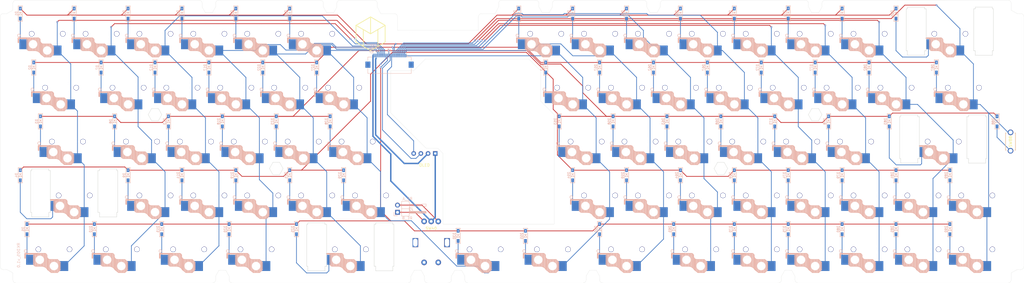
<source format=kicad_pcb>
(kicad_pcb (version 20241229) (generator "pcbnew") (generator_version "9.0")
  (layers (0 "F.Cu" signal) (2 "B.Cu" signal) (13 "F.Paste" user) (15 "B.Paste" user) (5 "F.SilkS" user "F.Silkscreen") (7 "B.SilkS" user "B.Silkscreen") (1 "F.Mask" user) (3 "B.Mask" user) (25 "Edge.Cuts" user))
  (net 0 "")
  (net 1 "Net-(D1-A)")
  (net 2 "Net-(D2-A)")
  (net 3 "Net-(D3-A)")
  (net 4 "Net-(D4-A)")
  (net 5 "Net-(D5-A)")
  (net 6 "Net-(D6-A)")
  (net 7 "Net-(D7-A)")
  (net 8 "Net-(D8-A)")
  (net 9 "Net-(D9-A)")
  (net 10 "Net-(D10-A)")
  (net 11 "Net-(D11-A)")
  (net 12 "Net-(D12-A)")
  (net 13 "Net-(D13-A)")
  (net 14 "Net-(D14-A)")
  (net 15 "Net-(D15-A)")
  (net 16 "Net-(D16-A)")
  (net 17 "Net-(D17-A)")
  (net 18 "Net-(D18-A)")
  (net 19 "Net-(D19-A)")
  (net 20 "Net-(D20-A)")
  (net 21 "Net-(D21-A)")
  (net 22 "Net-(D22-A)")
  (net 23 "Net-(D23-A)")
  (net 24 "Net-(D24-A)")
  (net 25 "Net-(D25-A)")
  (net 26 "Net-(D26-A)")
  (net 27 "Net-(D27-A)")
  (net 28 "Net-(D28-A)")
  (net 29 "Net-(D29-A)")
  (net 30 "Net-(D30-A)")
  (net 31 "Net-(D51-A)")
  (net 32 "Net-(D52-A)")
  (net 33 "Net-(D53-A)")
  (net 34 "Net-(D54-A)")
  (net 35 "Net-(D55-A)")
  (net 36 "Net-(D56-A)")
  (net 37 "Net-(D57-A)")
  (net 38 "Net-(D58-A)")
  (net 39 "Net-(D59-A)")
  (net 40 "Net-(D60-A)")
  (net 41 "Net-(D61-A)")
  (net 42 "Net-(D62-A)")
  (net 43 "Net-(D63-A)")
  (net 44 "Net-(D64-A)")
  (net 45 "Net-(D65-A)")
  (net 46 "Net-(D66-A)")
  (net 47 "Net-(D67-A)")
  (net 48 "Net-(D68-A)")
  (net 49 "Net-(D69-A)")
  (net 50 "Net-(D70-A)")
  (net 51 "Net-(D71-A)")
  (net 52 "Net-(D72-A)")
  (net 53 "Net-(D73-A)")
  (net 54 "Net-(D74-A)")
  (net 55 "Net-(D75-A)")
  (net 56 "Net-(D76-A)")
  (net 57 "Net-(D77-A)")
  (net 58 "Net-(D78-A)")
  (net 59 "Net-(D79-A)")
  (net 60 "Net-(D80-A)")
  (net 61 "Net-(D81-A)")
  (net 62 "Net-(D82-A)")
  (net 63 "Net-(D83-A)")
  (net 64 "Net-(D84-A)")
  (net 65 "Net-(D85-A)")
  (net 66 "Net-(D86-A)")
  (net 67 "Net-(D87-A)")
  (net 68 "Net-(D89-A)")
  (net 69 "Net-(D90-A)")
  (net 70 "GP19:SCL")
  (net 71 "PICOT:RE_B")
  (net 72 "PICOT:RE_A")
  (net 73 "PICOT:GND")
  (net 74 "PICOT:3v3")
  (net 75 "Net-(D88-A)")
  (net 76 "GP18:SDA")
  (net 77 "PICOT:VCC")
  (net 80 "GP15:COL6")
  (net 81 "GP12:COL9")
  (net 82 "GP14:COL7")
  (net 83 "GP13:COL8")
  (net 84 "GP10:COL11")
  (net 85 "GP11:COL10")
  (net 86 "GP09:COL12")
  (net 87 "GP08:COL13")
  (net 88 "GP16:ROW0")
  (net 89 "GP27:COL4")
  (net 90 "GP28:COL5")
  (net 91 "GP23:COL0")
  (net 92 "GP24:COL1")
  (net 93 "GP25:COL2")
  (net 94 "GP26:COL3")
  (net 95 "GP22:ROW3")
  (net 96 "GP21:ROW4")
  (net 97 "GP17:ROW1")
  (net 98 "GP20:ROW2")
  (footprint "kbd_Parts:Diode_SMD" (layer "F.Cu") (at 209.55 116.6812 -90)
    (property "Reference" "D52")
    (property "Value" "D" (hide yes))
  )
  (footprint "kbd_Parts:Diode_SMD" (layer "F.Cu") (at 290.5125 135.7312 -90)
    (property "Reference" "D73")
    (property "Value" "D" (hide yes))
  )
  (footprint "Rikkodo_FootPrint:rkd_Asm_ChocV1V2_Hotswap_1u" (layer "F.Cu") (at 280.9875 142.875)
    (property "Reference" "SW68" (hide yes))
    (property "Value" "SW_Push" (hide yes))
  )
  (footprint "Rikkodo_FootPrint:rkd_Asm_ChocV1V2_Hotswap_1u" (layer "F.Cu") (at 66.675 142.875)
    (property "Reference" "SW8" (hide yes))
    (property "Value" "SW_Push" (hide yes))
  )
  (footprint "kbd_Parts:Diode_SMD" (layer "F.Cu") (at 271.4625 135.7312 -90)
    (property "Reference" "D68")
    (property "Value" "D" (hide yes))
  )
  (footprint "Rikkodo_FootPrint:rkd_Asm_ChocV1V2_Hotswap_1u" (layer "F.Cu") (at 33.3375 104.775)
    (property "Reference" "SW1" (hide yes))
    (property "Value" "SW_Push" (hide yes))
  )
  (footprint "kbd_Parts:Diode_SMD" (layer "F.Cu") (at 23.8125 97.6312 -90)
    (property "Reference" "D1")
    (property "Value" "D" (hide yes))
  )
  (footprint "kbd_Hole:m2_Screw_Hole" (layer "F.Cu") (at 180.975 105.965625)
    (property "Reference" "M2")
    (property "Value" "Mark")
  )
  (footprint "kbd_Parts:Diode_SMD" (layer "F.Cu") (at 323.85 116.6812 -90)
    (property "Reference" "D82")
    (property "Value" "D" (hide yes))
  )
  (footprint "Rikkodo_FootPrint:rkd_Asm_ChocV1V2_Hotswap_1u" (layer "F.Cu") (at 266.7 104.775)
    (property "Reference" "SW66" (hide yes))
    (property "Value" "SW_Push" (hide yes))
  )
  (footprint "kbd_Parts:Diode_SMD" (layer "F.Cu") (at 71.4375 116.6812 -90)
    (property "Reference" "D12")
    (property "Value" "D" (hide yes))
  )
  (footprint "kbd_Parts:Diode_SMD" (layer "F.Cu") (at 352.425 154.7812 -90)
    (property "Reference" "D89")
    (property "Value" "D" (hide yes))
  )
  (footprint "kbd_Parts:Diode_SMD" (layer "F.Cu") (at 295.275 173.8312 -90)
    (property "Reference" "D75")
    (property "Value" "D" (hide yes))
  )
  (footprint "Rikkodo_FootPrint:rkd_LOGO_2x" (layer "F.Cu") (at 147.6375 104.775)
    (property "Reference" "M8" (hide yes))
    (property "Value" "Mark" (hide yes))
  )
  (footprint "Rikkodo_FootPrint:rkd_Asm_ChocV1V2_Hotswap_1u" (layer "F.Cu") (at 342.9 180.975)
    (property "Reference" "SW85" (hide yes))
    (property "Value" "SW_Push" (hide yes))
  )
  (footprint "Rikkodo_FootPrint:rkd_Asm_ChocV1V2_Hotswap_1u" (layer "F.Cu") (at 300.0375 142.875)
    (property "Reference" "SW73" (hide yes))
    (property "Value" "SW_Push" (hide yes))
  )
  (footprint "BrownSugar_KBD:SW_PUSH_6x3mm" (layer "F.Cu") (at 373.85625 142.875 90)
    (property "Reference" "SW88")
    (property "Value" "SW_Push")
  )
  (footprint "kbd_Hole:m2_Screw_Hole" (layer "F.Cu") (at 161.925 157.1625)
    (property "Reference" "M7")
    (property "Value" "Mark")
  )
  (footprint "kbd_Parts:Diode_SMD" (layer "F.Cu") (at 333.375 97.6312 -90)
    (property "Reference" "D86")
    (property "Value" "D" (hide yes))
  )
  (footprint "kbd_Parts:Diode_SMD" (layer "F.Cu") (at 23.8125 154.7812 -90)
    (property "Reference" "D4")
    (property "Value" "D" (hide yes))
  )
  (footprint "Rikkodo_FootPrint:rkd_Asm_ChocV1V2_Hotswap_1u" (layer "F.Cu") (at 219.075 123.825)
    (property "Reference" "SW52" (hide yes))
    (property "Value" "SW_Push" (hide yes))
  )
  (footprint "Rikkodo_FootPrint:rkd_Asm_ChocV1V2_Hotswap_1u" (layer "F.Cu") (at 247.65 104.775)
    (property "Reference" "SW61" (hide yes))
    (property "Value" "SW_Push" (hide yes))
  )
  (footprint "kbd_Parts:Diode_SMD" (layer "F.Cu") (at 309.5625 135.7312 -90)
    (property "Reference" "D78")
    (property "Value" "D" (hide yes))
  )
  (footprint "Rikkodo_FootPrint:rkd_Asm_ChocV1V2_Hotswap_1u" (layer "F.Cu") (at 285.75 161.925)
    (property "Reference" "SW69" (hide yes))
    (property "Value" "SW_Push" (hide yes))
  )
  (footprint "kbd_Parts:Diode_SMD" (layer "F.Cu") (at 214.3125 135.7312 -90)
    (property "Reference" "D53")
    (property "Value" "D" (hide yes))
  )
  (footprint "Rikkodo_FootPrint:rkd_Asm_ChocV1V2_Hotswap_1u" (layer "F.Cu") (at 319.0875 142.875)
    (property "Reference" "SW78" (hide yes))
    (property "Value" "SW_Push" (hide yes))
  )
  (footprint "kbd_Hole:m2_Spacer_Hole_hex" (layer "F.Cu") (at 114.3 152.4)
    (property "Reference" "M4")
    (property "Value" "Mark")
    (fp_line (start -2.4 0) (end -1.2 2.15) (stroke (width 0.1)) (layer "Edge.Cuts"))
    (fp_line (start -1.2 -2.15) (end -2.4 0) (stroke (width 0.1)) (layer "Edge.Cuts"))
    (fp_line (start -1.2 2.15) (end 1.2 2.15) (stroke (width 0.1)) (layer "Edge.Cuts"))
    (fp_line (start 1.2 -2.15) (end -1.2 -2.15) (stroke (width 0.1)) (layer "Edge.Cuts"))
    (fp_line (start 1.2 2.15) (end 2.4 0) (stroke (width 0.1)) (layer "Edge.Cuts"))
    (fp_line (start 2.4 0) (end 1.2 -2.15) (stroke (width 0.1)) (layer "Edge.Cuts"))
  )
  (footprint "Rikkodo_FootPrint:rkd_Asm_ChocV1V2_Hotswap_1u" (layer "F.Cu") (at 314.325 123.825)
    (property "Reference" "SW77" (hide yes))
    (property "Value" "SW_Push" (hide yes))
  )
  (footprint "kbd_Parts:Diode_SMD" (layer "F.Cu") (at 285.75 116.6812 -90)
    (property "Reference" "D72")
    (property "Value" "D" (hide yes))
  )
  (footprint "Rikkodo_FootPrint:rkd_Asm_ChocV1V2_Hotswap_1u" (layer "F.Cu") (at 100.0125 123.825)
    (property "Reference" "SW17" (hide yes))
    (property "Value" "SW_Push" (hide yes))
  )
  (footprint "kbd_Parts:Diode_SMD" (layer "F.Cu") (at 233.3625 135.7312 -90)
    (property "Reference" "D58")
    (property "Value" "D" (hide yes))
  )
  (footprint "Rikkodo_FootPrint:rkd_Asm_ChocV1V2_Hotswap_1u" (layer "F.Cu") (at 71.4375 161.925)
    (property "Reference" "SW9" (hide yes))
    (property "Value" "SW_Push" (hide yes))
  )
  (footprint "kbd_Parts:Diode_SMD" (layer "F.Cu") (at 95.25 135.7312 -90)
    (property "Reference" "D18")
    (property "Value" "D" (hide yes))
  )
  (footprint "Rikkodo_FootPrint:rkd_Asm_ChocV1V2_Hotswap_1u" (layer "F.Cu") (at 238.125 180.975)
    (property "Reference" "SW60" (hide yes))
    (property "Value" "SW_Push" (hide yes))
  )
  (footprint "kbd_Parts:Diode_SMD" (layer "F.Cu") (at 109.5375 116.6812 -90)
    (property "Reference" "D22")
    (property "Value" "D" (hide yes))
  )
  (footprint "Rikkodo_FootPrint:rkd_Asm_ChocV1V2_Hotswap_1u" (layer "F.Cu") (at 242.8875 142.875)
    (property "Reference" "SW58" (hide yes))
    (property "Value" "SW_Push" (hide yes))
  )
  (footprint "kbd_Hole:m2_Spacer_Hole_hex" (layer "F.Cu") (at 71.4375 133.35)
    (property "Reference" "M3")
    (property "Value" "Mark")
    (fp_line (start -2.4 0) (end -1.2 2.15) (stroke (width 0.1)) (layer "Edge.Cuts"))
    (fp_line (start -1.2 -2.15) (end -2.4 0) (stroke (width 0.1)) (layer "Edge.Cuts"))
    (fp_line (start -1.2 2.15) (end 1.2 2.15) (stroke (width 0.1)) (layer "Edge.Cuts"))
    (fp_line (start 1.2 -2.15) (end -1.2 -2.15) (stroke (width 0.1)) (layer "Edge.Cuts"))
    (fp_line (start 1.2 2.15) (end 2.4 0) (stroke (width 0.1)) (layer "Edge.Cuts"))
    (fp_line (start 2.4 0) (end 1.2 -2.15) (stroke (width 0.1)) (layer "Edge.Cuts"))
  )
  (footprint "kbd_Parts:Diode_SMD" (layer "F.Cu") (at 257.175 154.7812 -90)
    (property "Reference" "D64")
    (property "Value" "D" (hide yes))
  )
  (footprint "kbd_Parts:Diode_SMD" (layer "F.Cu") (at 114.3 135.7312 -90)
    (property "Reference" "D23")
    (property "Value" "D" (hide yes))
  )
  (footprint "kbd_Parts:Diode_SMD" (layer "F.Cu") (at 352.425 173.8312 -90)
    (property "Reference" "D90")
    (property "Value" "D" (hide yes))
  )
  (footprint "kbd_Parts:Diode_SMD" (layer "F.Cu") (at 97.6313 173.8312 -90)
    (property "Reference" "D20")
    (property "Value" "D" (hide yes))
  )
  (footprint "kbd_Parts:Diode_SMD" (layer "F.Cu") (at 80.9625 154.7812 -90)
    (property "Reference" "D14")
    (property "Value" "D" (hide yes))
  )
  (footprint "Rikkodo_FootPrint:rkd_Asm_ChocV1V2_Hotswap_1u" (layer "F.Cu") (at 261.9375 142.875)
    (property "Reference" "SW63" (hide yes))
    (property "Value" "SW_Push" (hide yes))
  )
  (footprint "Rikkodo_FootPrint:rkd_Asm_ChocV1V2_Hotswap_1u" (layer "F.Cu") (at 264.31875 180.975)
    (property "Reference" "SW65" (hide yes))
    (property "Value" "SW_Push" (hide yes))
  )
  (footprint "kbd_Parts:Diode_SMD" (layer "F.Cu") (at 295.275 97.5812 -90)
    (property "Reference" "D76")
    (property "Value" "D" (hide yes))
  )
  (footprint "kbd_Parts:Diode_SMD" (layer "F.Cu") (at 219.075 97.6312 -90)
    (property "Reference" "D56")
    (property "Value" "D" (hide yes))
  )
  (footprint "Rikkodo_FootPrint:rkd_Asm_ChocV1V2_Hotswap_1u" (layer "F.Cu") (at 52.3875 104.775)
    (property "Reference" "SW6" (hide yes))
    (property "Value" "SW_Push" (hide yes))
  )
  (footprint "Rikkodo_FootPrint:rkd_Asm_ChocV1V2_Hotswap_1u" (layer "F.Cu") (at 357.1875 123.825)
    (property "Reference" "SW87" (hide yes))
    (property "Value" "SW_Push" (hide yes))
  )
  (footprint "Rikkodo_FootPrint:rkd_Asm_ChocV1V2_Hotswap_1u" (layer "F.Cu") (at 123.825 142.875)
    (property "Reference" "SW23" (hide yes))
    (property "Value" "SW_Push" (hide yes))
  )
  (footprint "kbd_Parts:Diode_SMD" (layer "F.Cu") (at 178.5938 176.2125 -90)
    (property "Reference" "D30")
    (property "Value" "D" (hide yes))
  )
  (footprint "Rikkodo_FootPrint:rkd_Asm_ChocV1V2_Hotswap_1u" (layer "F.Cu") (at 61.9125 123.825)
    (property "Reference" "SW7" (hide yes))
    (property "Value" "SW_Push" (hide yes))
  )
  (footprint "Rikkodo_FootPrint:rkd_Asm_ChocV1V2_Hotswap_1u" (layer "F.Cu") (at 40.4813 142.875)
    (property "Reference" "SW3" (hide yes))
    (property "Value" "SW_Push" (hide yes))
  )
  (footprint "kbd_Parts:Diode_SMD" (layer "F.Cu") (at 238.125 97.6312 -90)
    (property "Reference" "D61")
    (property "Value" "D" (hide yes))
  )
  (footprint "Rikkodo_FootPrint:rkd_Asm_ChocV1V2_Hotswap_1u" (layer "F.Cu") (at 257.175 123.825)
    (property "Reference" "SW62" (hide yes))
    (property "Value" "SW_Push" (hide yes))
  )
  (footprint "kbd_Parts:Diode_SMD" (layer "F.Cu") (at 202.4063 176.2125 -90)
    (property "Reference" "D55")
    (property "Value" "D" (hide yes))
  )
  (footprint "Rikkodo_FootPrint:rkd_Asm_ChocV1V2_Hotswap_1u" (layer "F.Cu") (at 342.9 161.925)
    (property "Reference" "SW84" (hide yes))
    (property "Value" "SW_Push" (hide yes))
  )
  (footprint "kbd_Parts:Diode_SMD" (layer "F.Cu") (at 266.7 116.6812 -90)
    (property "Reference" "D67")
    (property "Value" "D" (hide yes))
  )
  (footprint "Rikkodo_FootPrint:rkd_Asm_ChocV1V2_Hotswap_1u" (layer "F.Cu") (at 119.0625 123.825)
    (property "Reference" "SW22" (hide yes))
    (property "Value" "SW_Push" (hide yes))
  )
  (footprint "kbd_Parts:Diode_SMD" (layer "F.Cu") (at 52.3875 116.6812 -90)
    (property "Reference" "D7")
    (property "Value" "D" (hide yes))
  )
  (footprint "kbd_Parts:Diode_SMD" (layer "F.Cu") (at 238.125 154.7812 -90)
    (property "Reference" "D59")
    (property "Value" "D" (hide yes))
  )
  (footprint "kbd_Parts:Diode_SMD" (layer "F.Cu") (at 119.0625 154.7812 -90)
    (property "Reference" "D24")
    (property "Value" "D" (hide yes))
  )
  (footprint "Rikkodo_FootPrint:rkd_Asm_ChocV1V2_Hotswap_1u" (layer "F.Cu") (at 142.875 142.875)
    (property "Reference" "SW28" (hide yes))
    (property "Value" "SW_Push" (hide yes))
  )
  (footprint "kbd_Parts:Diode_SMD" (layer "F.Cu") (at 228.6 173.83125 -90)
    (property "Reference" "D60")
    (property "Value" "D" (hide yes))
  )
  (footprint "kbd_Parts:Diode_SMD" (layer "F.Cu") (at 61.9125 154.7812 -90)
    (property "Reference" "D9")
    (property "Value" "D" (hide yes))
  )
  (footprint "kbd_Parts:Diode_SMD" (layer "F.Cu") (at 138.1125 154.7812 -90)
    (property "Reference" "D29")
    (property "Value" "D" (hide yes))
  )
  (footprint "kbd_Parts:Diode_SMD" (layer "F.Cu") (at 314.325 154.7812 -90)
    (property "Reference" "D79")
    (property "Value" "D" (hide yes))
  )
  (footprint "kbd_Parts:Diode_SMD" (layer "F.Cu") (at 247.65 116.6812 -90)
    (property "Reference" "D62")
    (property "Value" "D" (hide yes))
  )
  (footprint "Rikkodo_FootPrint:rkd_Asm_ChocV1V2_Hotswap_1u" (layer "F.Cu") (at 333.375 123.825)
    (property "Reference" "SW82" (hide yes))
    (property "Value" "SW_Push" (hide yes))
  )
  (footprint "Rikkodo_FootPrint:rkd_Asm_ChocV1V2_Hotswap_1u" (layer "F.Cu") (at 83.3438 180.975)
    (property "Reference" "SW15" (hide yes))
    (property "Value" "SW_Push" (hide yes))
  )
  (footprint "Rikkodo_FootPrint:rkd_Asm_ChocV1V2_Hotswap_1u" (layer "F.Cu") (at 35.7188 180.975)
    (property "Reference" "SW5" (hide yes))
    (property "Value" "SW_Push" (hide yes))
  )
  (footprint "Rikkodo_FootPrint:rkd_Asm_ChocV1V2_Hotswap_1u" (layer "F.Cu") (at 109.5375 161.925)
    (property "Reference" "SW19" (hide yes))
    (property "Value" "SW_Push" (hide yes))
  )
  (footprint "Rikkodo_FootPrint:rkd_Asm_ChocV1V2_Hotswap_1u" (layer "F.Cu") (at 223.8375 142.875)
    (property "Reference" "SW53" (hide yes))
    (property "Value" "SW_Push" (hide yes))
  )
  (footprint "kbd_Parts:Diode_SMD" (layer "F.Cu") (at 119.0625 97.6312 -90)
    (property "Reference" "D26")
    (property "Value" "D" (hide yes))
  )
  (footprint "kbd_Parts:Diode_SMD" (layer "F.Cu") (at 128.5875 116.6812 -90)
    (property "Reference" "D27")
    (property "Value" "D" (hide yes))
  )
  (footprint "kbd_Parts:Diode_SMD" (layer "F.Cu") (at 133.35 135.7312 -90)
    (property "Reference" "D28")
    (property "Value" "D" (hide yes))
  )
  (footprint "Rikkodo_FootPrint:rkd_Asm_ChocV1V2_Hotswap_1u" (layer "F.Cu") (at 247.65 161.925)
    (property "Reference" "SW59" (hide yes))
    (property "Value" "SW_Push" (hide yes))
  )
  (footprint "Rikkodo_FootPrint:rkd_Asm_ChocV1V2_Hotswap_1u" (layer "F.Cu") (at 147.6375 161.925)
    (property "Reference" "SW29" (hide yes))
    (property "Value" "SW_Push" (hide yes))
  )
  (footprint "kbd_Hole:m2_Spacer_Hole_hex" (layer "F.Cu") (at 271.4625 152.4)
    (property "Reference" "M5")
    (property "Value" "Mark")
    (fp_line (start -2.4 0) (end -1.2 2.15) (stroke (width 0.1)) (layer "Edge.Cuts"))
    (fp_line (start -1.2 -2.15) (end -2.4 0) (stroke (width 0.1)) (layer "Edge.Cuts"))
    (fp_line (start -1.2 2.15) (end 1.2 2.15) (stroke (width 0.1)) (layer "Edge.Cuts"))
    (fp_line (start 1.2 -2.15) (end -1.2 -2.15) (stroke (width 0.1)) (layer "Edge.Cuts"))
    (fp_line (start 1.2 2.15) (end 2.4 0) (stroke (width 0.1)) (layer "Edge.Cuts"))
    (fp_line (start 2.4 0) (end 1.2 -2.15) (stroke (width 0.1)) (layer "Edge.Cuts"))
  )
  (footprint "Rikkodo_FootPrint:rkd_Asm_ChocV1V2_Hotswap_1u" (layer "F.Cu") (at 104.775 142.875)
    (property "Reference" "SW18" (hide yes))
    (property "Value" "SW_Push" (hide yes))
  )
  (footprint "Rikkodo_FootPrint:rkd_Asm_ChocV1V2_Hotswap_1u" (layer "F.Cu") (at 38.1 123.825)
    (property "Reference" "SW2" (hide yes))
    (property "Value" "SW_Push" (hide yes))
  )
  (footprint "BrownSugar_KBD:OLED_center_display" (layer "F.Cu") (at 166.68764 128.5875)
    (property "Reference" "OL2")
    (property "Value" "OLED")
  )
  (footprint "kbd_Parts:Diode_SMD" (layer "F.Cu") (at 200.025 97.6312 -90)
    (property "Reference" "D51")
    (property "Value" "D" (hide yes))
  )
  (footprint "Rikkodo_FootPrint:rkd_Asm_ChocV1V2_Hotswap_1u" (layer "F.Cu") (at 285.75 104.775)
    (property "Reference" "SW71" (hide yes))
    (property "Value" "SW_Push" (hide yes))
  )
  (footprint "kbd_Parts:Diode_SMD" (layer "F.Cu") (at 42.8625 97.6312 -90)
    (property "Reference" "D6")
    (property "Value" "D" (hide yes))
  )
  (footprint "kbd_Parts:Diode_SMD" (layer "F.Cu") (at 26.1938 173.8312 -90)
    (property "Reference" "D5")
    (property "Value" "D" (hide yes))
  )
  (footprint "kbd_Parts:Diode_SMD" (layer "F.Cu") (at 219.075 154.7812 -90)
    (property "Reference" "D54")
    (property "Value" "D" (hide yes))
  )
  (footprint "Rikkodo_FootPrint:rkd_Asm_ChocV1V2_Hotswap_1u" (layer "F.Cu") (at 128.5875 104.775)
    (property "Reference" "SW26" (hide yes))
    (property "Value" "SW_Push" (hide yes))
  )
  (footprint "Rikkodo_FootPrint:rkd_Asm_ChocV1V2_Hotswap_1u" (layer "F.Cu") (at 128.5875 161.925)
    (property "Reference" "SW24" (hide yes))
    (property "Value" "SW_Push" (hide yes))
  )
  (footprint "Rikkodo_FootPrint:rkd_Asm_ChocV1V2_Hotswap_1u" (layer "F.Cu") (at 323.85 104.775)
    (property "Reference" "SW81" (hide yes))
    (property "Value" "SW_Push" (hide yes))
  )
  (footprint "Rikkodo_FootPrint:rkd_Asm_ChocV2_Hotswap_2uW" (layer "F.Cu") (at 140.4938 180.975)
    (property "Reference" "SW25" (hide yes))
    (property "Value" "SW_Push" (hide yes))
    (fp_line (start -15.4 -8.8) (end -15.4 6) (stroke (width 0.12)) (layer "Edge.Cuts"))
    (fp_line (start -15.4 6) (end -15.025 6) (stroke (width 0.12)) (layer "Edge.Cuts"))
    (fp_line (start -15.025 -9.445) (end -8.975 -9.445) (stroke (width 0.12)) (layer "Edge.Cuts"))
    (fp_line (start -15.025 -8.8) (end -15.4 -8.8) (stroke (width 0.12)) (layer "Edge.Cuts"))
    (fp_line (start -15.025 -8.8) (end -15.025 -9.445) (stroke (width 0.12)) (layer "Edge.Cuts"))
    (fp_line (start -15.025 7.605) (end -15.025 6) (stroke (width 0.12)) (layer "Edge.Cuts"))
    (fp_line (start -8.975 -8.8) (end -8.975 -9.445) (stroke (width 0.12)) (layer "Edge.Cuts"))
    (fp_line (start -8.975 6) (end -8.975 7.605) (stroke (width 0.12)) (layer "Edge.Cuts"))
    (fp_line (start -8.975 7.605) (end -15.025 7.605) (stroke (width 0.12)) (layer "Edge.Cuts"))
    (fp_line (start -8.4 -8.8) (end -8.975 -8.8) (stroke (width 0.12)) (layer "Edge.Cuts"))
    (fp_line (start -8.4 6) (end -8.975 6) (stroke (width 0.12)) (layer "Edge.Cuts"))
    (fp_line (start -8.4 6) (end -8.4 -8.8) (stroke (width 0.12)) (layer "Edge.Cuts"))
    (fp_line (start 8.4 -8.8) (end 8.975 -8.8) (stroke (width 0.12)) (layer "Edge.Cuts"))
    (fp_line (start 8.4 6) (end 8.4 -8.8) (stroke (width 0.12)) (layer "Edge.Cuts"))
    (fp_line (start 8.975 -9.445) (end 8.975 -8.8) (stroke (width 0.12)) (layer "Edge.Cuts"))
    (fp_line (start 8.975 6) (end 8.4 6) (stroke (width 0.12)) (layer "Edge.Cuts"))
    (fp_line (start 8.975 6) (end 8.975 7.605) (stroke (width 0.12)) (layer "Edge.Cuts"))
    (fp_line (start 8.975 7.605) (end 15.025 7.605) (stroke (width 0.12)) (layer "Edge.Cuts"))
    (fp_line (start 15.025 -9.445) (end 8.975 -9.445) (stroke (width 0.12)) (layer "Edge.Cuts"))
    (fp_line (start 15.025 -9.445) (end 15.025 -8.8) (stroke (width 0.12)) (layer "Edge.Cuts"))
    (fp_line (start 15.025 -8.8) (end 15.4 -8.8) (stroke (width 0.12)) (layer "Edge.Cuts"))
    (fp_line (start 15.025 7.605) (end 15.025 6) (stroke (width 0.12)) (layer "Edge.Cuts"))
    (fp_line (start 15.4 -8.8) (end 15.4 6) (stroke (width 0.12)) (layer "Edge.Cuts"))
    (fp_line (start 15.4 6) (end 15.025 6) (stroke (width 0.12)) (layer "Edge.Cuts"))
  )
  (footprint "Rikkodo_FootPrint:rkd_Asm_ChocV1V2_Hotswap_1u" (layer "F.Cu") (at 90.4875 104.775)
    (property "Reference" "SW16" (hide yes))
    (property "Value" "SW_Push" (hide yes))
  )
  (footprint "Rikkodo_FootPrint:rkd_Asm_ChocV1V2_Hotswap_1u" (layer "F.Cu") (at 107.1563 180.975)
    (property "Reference" "SW20" (hide yes))
    (property "Value" "SW_Push" (hide yes))
  )
  (footprint "kbd_Parts:Diode_SMD" (layer "F.Cu") (at 333.375 154.7812 -90)
    (property "Reference" "D84")
    (property "Value" "D" (hide yes))
  )
  (footprint "Rikkodo_FootPrint:rkd_Asm_ChocV1V2_Hotswap_1u" (layer "F.Cu") (at 304.8 161.925)
    (property "Reference" "SW74" (hide yes))
    (property "Value" "SW_Push" (hide yes))
  )
  (footprint "Rikkodo_FootPrint:rkd_Asm_ChocV1V2_Hotswap_1u" (layer "F.Cu") (at 90.4875 161.925)
    (property "Reference" "SW14" (hide yes))
    (property "Value" "SW_Push" (hide yes))
  )
  (footprint "Rikkodo_FootPrint:rkd_Asm_ChocV1V2_Hotswap_1u" (layer "F.Cu") (at 188.1188 180.975)
    (property "Reference" "SW30" (hide yes))
    (property "Value" "SW_Push" (hide yes))
  )
  (footprint "kbd_Parts:Diode_SMD" (layer "F.Cu") (at 61.9125 97.6312 -90)
    (property "Reference" "D11")
    (property "Value" "D" (hide yes))
  )
  (footprint "kbd_Parts:Diode_SMD" (layer "F.Cu") (at 80.9625 97.6312 -90)
    (property "Reference" "D16")
    (property "Value" "D" (hide yes))
  )
  (footprint "kbd_Parts:Diode_SMD" (layer "F.Cu") (at 276.225 173.8312 -90)
    (property "Reference" "D70")
    (property "Value" "D" (hide yes))
  )
  (footprint "kbd_Parts:Diode_SMD" (layer "F.Cu") (at 50.0063 173.8312 -90)
    (property "Reference" "D10")
    (property "Value" "D" (hide yes))
  )
  (footprint "kbd_Parts:Diode_SMD" (layer "F.Cu") (at 276.225 97.6312 -90)
    (property "Reference" "D71")
    (property "Value" "D" (hide yes))
  )
  (footprint "Rikkodo_FootPrint:rkd_Asm_ChocV1V2_Hotswap_1u" (layer "F.Cu") (at 238.125 123.825)
    (property "Reference" "SW57" (hide yes))
    (property "Value" "SW_Push" (hide yes))
  )
  (footprint "kbd_Parts:Diode_SMD" (layer "F.Cu") (at 76.2 135.73125 -90)
    (property "Reference" "D13")
    (property "Value" "D" (hide yes))
  )
  (footprint "Rikkodo_FootPrint:rkd_Asm_ChocV2_Hotswap_2uW" (layer "F.Cu") (at 42.8625 161.925)
    (property "Reference" "SW4" (hide yes))
    (property "Value" "SW_Push" (hide yes))
    (fp_line (start -15.4 -8.8) (end -15.4 6) (stroke (width 0.12)) (layer "Edge.Cuts"))
    (fp_line (start -15.4 6) (end -15.025 6) (stroke (width 0.12)) (layer "Edge.Cuts"))
    (fp_line (start -15.025 -9.445) (end -8.975 -9.445) (stroke (width 0.12)) (layer "Edge.Cuts"))
    (fp_line (start -15.025 -8.8) (end -15.4 -8.8) (stroke (width 0.12)) (layer "Edge.Cuts"))
    (fp_line (start -15.025 -8.8) (end -15.025 -9.445) (stroke (width 0.12)) (layer "Edge.Cuts"))
    (fp_line (start -15.025 7.605) (end -15.025 6) (stroke (width 0.12)) (layer "Edge.Cuts"))
    (fp_line (start -8.975 -8.8) (end -8.975 -9.445) (stroke (width 0.12)) (layer "Edge.Cuts"))
    (fp_line (start -8.975 6) (end -8.975 7.605) (stroke (width 0.12)) (layer "Edge.Cuts"))
    (fp_line (start -8.975 7.605) (end -15.025 7.605) (stroke (width 0.12)) (layer "Edge.Cuts"))
    (fp_line (start -8.4 -8.8) (end -8.975 -8.8) (stroke (width 0.12)) (layer "Edge.Cuts"))
    (fp_line (start -8.4 6) (end -8.975 6) (stroke (width 0.12)) (layer "Edge.Cuts"))
    (fp_line (start -8.4 6) (end -8.4 -8.8) (stroke (width 0.12)) (layer "Edge.Cuts"))
    (fp_line (start 8.4 -8.8) (end 8.975 -8.8) (stroke (width 0.12)) (layer "Edge.Cuts"))
    (fp_line (start 8.4 6) (end 8.4 -8.8) (stroke (width 0.12)) (layer "Edge.Cuts"))
    (fp_line (start 8.975 -9.445) (end 8.975 -8.8) (stroke (width 0.12)) (layer "Edge.Cuts"))
    (fp_line (start 8.975 6) (end 8.4 6) (stroke (width 0.12)) (layer "Edge.Cuts"))
    (fp_line (start 8.975 6) (end 8.975 7.605) (stroke (width 0.12)) (layer "Edge.Cuts"))
    (fp_line (start 8.975 7.605) (end 15.025 7.605) (stroke (width 0.12)) (layer "Edge.Cuts"))
    (fp_line (start 15.025 -9.445) (end 8.975 -9.445) (stroke (width 0.12)) (layer "Edge.Cuts"))
    (fp_line (start 15.025 -9.445) (end 15.025 -8.8) (stroke (width 0.12)) (layer "Edge.Cuts"))
    (fp_line (start 15.025 -8.8) (end 15.4 -8.8) (stroke (width 0.12)) (layer "Edge.Cuts"))
    (fp_line (start 15.025 7.605) (end 15.025 6) (stroke (width 0.12)) (layer "Edge.Cuts"))
    (fp_line (start 15.4 -8.8) (end 15.4 6) (stroke (width 0.12)) (layer "Edge.Cuts"))
    (fp_line (start 15.4 6) (end 15.025 6) (stroke (width 0.12)) (layer "Edge.Cuts"))
  )
  (footprint "Rikkodo_FootPrint:rkd_Asm_ChocV1V2_Hotswap_1u" (layer "F.Cu") (at 228.6 161.925)
    (property "Reference" "SW54" (hide yes))
    (property "Value" "SW_Push" (hide yes))
  )
  (footprint "kbd_Parts:Diode_SMD" (layer "F.Cu") (at 254.79375 173.8312 -90)
    (property "Reference" "D65")
    (property "Value" "D" (hide yes))
  )
  (footprint "kbd_Parts:Diode_SMD" (layer "F.Cu") (at 369.09375 135.73125 -90)
    (property "Reference" "D88")
    (property "Value" "D" (hide yes))
  )
  (footprint "kbd_Parts:Diode_SMD" (layer "F.Cu") (at 257.175 97.6312 -90)
    (property "Reference" "D66")
    (property "Value" "D" (hide yes))
  )
  (footprint "Rikkodo_FootPrint:rkd_Asm_ChocV1V2_Hotswap_1u" (layer "F.Cu") (at 138.1125 123.825)
    (property "Reference" "SW27" (hide yes))
    (property "Value" "SW_Push" (hide yes))
  )
  (footprint "kbd_Parts:Diode_SMD" (layer "F.Cu") (at 73.8188 173.8312 -90)
    (property "Reference" "D15")
    (property "Value" "D" (hide yes))
  )
  (footprint "kbd_Hole:m2_Screw_Hole" (layer "F.Cu") (at 161.925 105.965625)
    (property "Reference" "M1")
    (property "Value" "Mark")
  )
  (footprint "kbd_Parts:Diode_SMD" (layer "F.Cu") (at 295.275 154.7812 -90)
    (property "Reference" "D74")
    (property "Value" "D" (hide yes))
  )
  (footprint "Rikkodo_FootPrint:rkd_Asm_ChocV1V2_Hotswap_1u" (layer "F.Cu") (at 59.5313 180.975)
    (property "Reference" "SW10" (hide yes))
    (property "Value" "SW_Push" (hide yes))
  )
  (footprint "kbd_Parts:Diode_SMD" (layer "F.Cu") (at 314.325 173.8312 -90)
    (property "Reference" "D80")
    (property "Value" "D" (hide yes))
  )
  (footprint "kbd_Parts:Diode_SMD" (layer "F.Cu") (at 100.0125 97.6312 -90)
    (property "Reference" "D21")
    (property "Value" "D" (hide yes))
  )
  (footprint "kbd_Parts:Diode_SMD" (layer "F.Cu") (at 28.575 116.6812 -90)
    (property "Reference" "D2")
    (property "Value" "D" (hide yes))
  )
  (footprint "kbd_Parts:Diode_SMD" (layer "F.Cu") (at 30.9563 135.7312 -90)
    (property "Reference" "D3")
    (property "Value" "D" (hide yes))
  )
  (footprint "Rikkodo_FootPrint:rkd_Asm_ChocV1V2_Hotswap_1u" (layer "F.Cu") (at 209.55 104.775)
    (property "Reference" "SW51" (hide yes))
    (property "Value" "SW_Push" (hide yes))
  )
  (footprint "Rikkodo_FootPrint:rkd_Asm_ChocV1V2_Hotswap_1u" (layer "F.Cu") (at 361.95 161.925)
    (property "Reference" "SW89" (hide yes))
    (property "Value" "SW_Push" (hide yes))
  )
  (footprint "Rikkodo_FootPrint:rkd_Asm_ChocV1V2_Hotswap_1u" (layer "F.Cu") (at 266.7 161.925)
    (property "Reference" "SW64" (hide yes))
    (property "Value" "SW_Push" (hide yes))
  )
  (footprint "BrownSugar_KBD:RotaryEncoder_EC11-Switch" (layer "F.Cu") (at 169.06875 178.59375 180)
    (property "Reference" "SW40")
    (property "Value" "RotaryEncoder_Switch")
  )
  (footprint "kbd_Parts:Diode_SMD" (layer "F.Cu") (at 100.0125 154.7812 -90)
    (property "Reference" "D19")
    (property "Value" "D" (hide yes))
  )
  (footprint "kbd_Parts:Diode_SMD" (layer "F.Cu") (at 228.6 116.6812 -90)
    (property "Reference" "D57")
    (property "Value" "D" (hide yes))
  )
  (footprint "Rikkodo_FootPrint:rkd_Asm_ChocV1V2_Hotswap_1u" (layer "F.Cu") (at 85.725 142.875)
    (property "Reference" "SW13" (hide yes))
    (property "Value" "SW_Push" (hide yes))
  )
  (footprint "kbd_Parts:Diode_SMD" (layer "F.Cu") (at 330.9938 135.7312 -90)
    (property "Reference" "D83")
    (property "Value" "D" (hide yes))
  )
  (footprint "Rikkodo_FootPrint:rkd_Asm_ChocV1V2_Hotswap_1u" (layer "F.Cu") (at 295.275 123.825)
    (property "Reference" "SW72" (hide yes))
    (property "Value" "SW_Push" (hide yes))
  )
  (footprint "Rikkodo_FootPrint:rkd_Asm_ChocV1V2_Hotswap_1u" (layer "F.Cu") (at 323.85 180.975)
    (property "Reference" "SW80" (hide yes))
    (property "Value" "SW_Push" (hide yes))
  )
  (footprint "Rikkodo_FootPrint:rkd_Asm_ChocV1V2_Hotswap_1u" (layer "F.Cu") (at 71.4375 104.775)
    (property "Reference" "SW11" (hide yes))
    (property "Value" "SW_Push" (hide yes))
  )
  (footprint "Rikkodo_FootPrint:rkd_Asm_ChocV1V2_Hotswap_1u" (layer "F.Cu") (at 361.95 180.975)
    (property "Reference" "SW90" (hide yes))
    (property "Value" "SW_Push" (hide yes))
  )
  (footprint "Rikkodo_FootPrint:rkd_Asm_ChocV1V2_Hotswap_1u" (layer "F.Cu") (at 285.75 180.975)
    (property "Reference" "SW70" (hide yes))
    (property "Value" "SW_Push" (hide yes))
  )
  (footprint "Rikkodo_FootPrint:rkd_Asm_ChocV1V2_Hotswap_1u" (layer "F.Cu") (at 228.6 104.775)
    (property "Reference" "SW56" (hide yes))
    (property "Value" "SW_Push" (hide yes))
  )
  (footprint "Rikkodo_FootPrint:rkd_Asm_ChocV1V2_Hotswap_1u" (layer "F.Cu") (at 323.85 161.925)
    (property "Reference" "SW79" (hide yes))
    (property "Value" "SW_Push" (hide yes))
  )
  (footprint "Rikkodo_FootPrint:rkd_Asm_ChocV1V2_Hotswap_1u" (layer "F.Cu") (at 211.9313 180.975)
    (property "Reference" "SW55" (hide yes))
    (property "Value" "SW_Push" (hide yes))
  )
  (footprint "Rikkodo_FootPrint:rkd_Asm_ChocV1V2_Hotswap_1u" (layer "F.Cu") (at 304.8 180.975)
    (property "Reference" "SW75" (hide yes))
    (property "Value" "SW_Push" (hide yes))
  )
  (footprint "Rikkodo_FootPrint:rkd_Asm_ChocV2_Hotswap_2uW" (layer "F.Cu") (at 350.0438 142.875)
    (property "Reference" "SW83" (hide yes))
    (property "Value" "SW_Push" (hide yes))
    (fp_line (start -15.4 -8.8) (end -15.4 6) (stroke (width 0.12)) (layer "Edge.Cuts"))
    (fp_line (start -15.4 6) (end -15.025 6) (stroke (width 0.12)) (layer "Edge.Cuts"))
    (fp_line (start -15.025 -9.445) (end -8.975 -9.445) (stroke (width 0.12)) (layer "Edge.Cuts"))
    (fp_line (start -15.025 -8.8) (end -15.4 -8.8) (stroke (width 0.12)) (layer "Edge.Cuts"))
    (fp_line (start -15.025 -8.8) (end -15.025 -9.445) (stroke (width 0.12)) (layer "Edge.Cuts"))
    (fp_line (start -15.025 7.605) (end -15.025 6) (stroke (width 0.12)) (layer "Edge.Cuts"))
    (fp_line (start -8.975 -8.8) (end -8.975 -9.445) (stroke (width 0.12)) (layer "Edge.Cuts"))
    (fp_line (start -8.975 6) (end -8.975 7.605) (stroke (width 0.12)) (layer "Edge.Cuts"))
    (fp_line (start -8.975 7.605) (end -15.025 7.605) (stroke (width 0.12)) (layer "Edge.Cuts"))
    (fp_line (start -8.4 -8.8) (end -8.975 -8.8) (stroke (width 0.12)) (layer "Edge.Cuts"))
    (fp_line (start -8.4 6) (end -8.975 6) (stroke (width 0.12)) (layer "Edge.Cuts"))
    (fp_line (start -8.4 6) (end -8.4 -8.8) (stroke (width 0.12)) (layer "Edge.Cuts"))
    (fp_line (start 8.4 -8.8) (end 8.975 -8.8) (stroke (width 0.12)) (layer "Edge.Cuts"))
    (fp_line (start 8.4 6) (end 8.4 -8.8) (stroke (width 0.12)) (layer "Edge.Cuts"))
    (fp_line (start 8.975 -9.445) (end 8.975 -8.8) (stroke (width 0.12)) (layer "Edge.Cuts"))
    (fp_line (start 8.975 6) (end 8.4 6) (stroke (width 0.12)) (layer "Edge.Cuts"))
    (fp_line (start 8.975 6) (end 8.975 7.605) (stroke (width 0.12)) (layer "Edge.Cuts"))
    (fp_line (start 8.975 7.605) (end 15.025 7.605) (stroke (width 0.12)) (layer "Edge.Cuts"))
    (fp_line (start 15.025 -9.445) (end 8.975 -9.445) (stroke (width 0.12)) (layer "Edge.Cuts"))
    (fp_line (start 15.025 -9.445) (end 15.025 -8.8) (stroke (width 0.12)) (layer "Edge.Cuts"))
    (fp_line (start 15.025 -8.8) (end 15.4 -8.8) (stroke (width 0.12)) (layer "Edge.Cuts"))
    (fp_line (start 15.025 7.605) (end 15.025 6) (stroke (width 0.12)) (layer "Edge.Cuts"))
    (fp_line (start 15.4 -8.8) (end 15.4 6) (stroke (width 0.12)) (layer "Edge.Cuts"))
    (fp_line (start 15.4 6) (end 15.025 6) (stroke (width 0.12)) (layer "Edge.Cuts"))
  )
  (footprint "kbd_Parts:Diode_SMD" (layer "F.Cu") (at 314.325 97.6312 -90)
    (property "Reference" "D81" (hide yes))
    (property "Value" "D" (hide yes))
  )
  (footprint "Rikkodo_FootPrint:rkd_Asm_ChocV2_Hotswap_2uW" (layer "F.Cu") (at 352.425 104.775)
    (property "Reference" "SW86" (hide yes))
    (property "Value" "SW_Push" (hide yes))
    (fp_line (start -15.4 -8.8) (end -15.4 6) (stroke (width 0.12)) (layer "Edge.Cuts"))
    (fp_line (start -15.4 6) (end -15.025 6) (stroke (width 0.12)) (layer "Edge.Cuts"))
    (fp_line (start -15.025 -9.445) (end -8.975 -9.445) (stroke (width 0.12)) (layer "Edge.Cuts"))
    (fp_line (start -15.025 -8.8) (end -15.4 -8.8) (stroke (width 0.12)) (layer "Edge.Cuts"))
    (fp_line (start -15.025 -8.8) (end -15.025 -9.445) (stroke (width 0.12)) (layer "Edge.Cuts"))
    (fp_line (start -15.025 7.605) (end -15.025 6) (stroke (width 0.12)) (layer "Edge.Cuts"))
    (fp_line (start -8.975 -8.8) (end -8.975 -9.445) (stroke (width 0.12)) (layer "Edge.Cuts"))
    (fp_line (start -8.975 6) (end -8.975 7.605) (stroke (width 0.12)) (layer "Edge.Cuts"))
    (fp_line (start -8.975 7.605) (end -15.025 7.605) (stroke (width 0.12)) (layer "Edge.Cuts"))
    (fp_line (start -8.4 -8.8) (end -8.975 -8.8) (stroke (width 0.12)) (layer "Edge.Cuts"))
    (fp_line (start -8.4 6) (end -8.975 6) (stroke (width 0.12)) (layer "Edge.Cuts"))
    (fp_line (start -8.4 6) (end -8.4 -8.8) (stroke (width 0.12)) (layer "Edge.Cuts"))
    (fp_line (start 8.4 -8.8) (end 8.975 -8.8) (stroke (width 0.12)) (layer "Edge.Cuts"))
    (fp_line (start 8.4 6) (end 8.4 -8.8) (stroke (width 0.12)) (layer "Edge.Cuts"))
    (fp_line (start 8.975 -9.445) (end 8.975 -8.8) (stroke (width 0.12)) (layer "Edge.Cuts"))
    (fp_line (start 8.975 6) (end 8.4 6) (stroke (width 0.12)) (layer "Edge.Cuts"))
    (fp_line (start 8.975 6) (end 8.975 7.605) (stroke (width 0.12)) (layer "Edge.Cuts"))
    (fp_line (start 8.975 7.605) (end 15.025 7.605) (stroke (width 0.12)) (layer "Edge.Cuts"))
    (fp_line (start 15.025 -9.445) (end 8.975 -9.445) (stroke (width 0.12)) (layer "Edge.Cuts"))
    (fp_line (start 15.025 -9.445) (end 15.025 -8.8) (stroke (width 0.12)) (layer "Edge.Cuts"))
    (fp_line (start 15.025 -8.8) (end 15.4 -8.8) (stroke (width 0.12)) (layer "Edge.Cuts"))
    (fp_line (start 15.025 7.605) (end 15.025 6) (stroke (width 0.12)) (layer "Edge.Cuts"))
    (fp_line (start 15.4 -8.8) (end 15.4 6) (stroke (width 0.12)) (layer "Edge.Cuts"))
    (fp_line (start 15.4 6) (end 15.025 6) (stroke (width 0.12)) (layer "Edge.Cuts"))
  )
  (footprint "kbd_Parts:Diode_SMD" (layer "F.Cu") (at 333.375 173.8312 -90)
    (property "Reference" "D85")
    (property "Value" "D" (hide yes))
  )
  (footprint "Rikkodo_FootPrint:rkd_Asm_ChocV1V2_Hotswap_1u" (layer "F.Cu") (at 80.9625 123.825)
    (property "Reference" "SW12" (hide yes))
    (property "Value" "SW_Push" (hide yes))
  )
  (footprint "Rikkodo_FootPrint:rkd_Asm_ChocV1V2_Hotswap_1u" (layer "F.Cu") (at 109.5375 104.775)
    (property "Reference" "SW21" (hide yes))
    (property "Value" "SW_Push" (hide yes))
  )
  (footprint "kbd_Parts:Diode_SMD" (layer "F.Cu") (at 304.8 116.6812 -90)
    (property "Reference" "D77")
    (property "Value" "D" (hide yes))
  )
  (footprint "kbd_Parts:Diode_SMD" (layer "F.Cu") (at 252.4125 135.7312 -90)
    (property "Reference" "D63")
    (property "Value" "D" (hide yes))
  )
  (footprint "Rikkodo_FootPrint:rkd_Asm_ChocV1V2_Hotswap_1u" (layer "F.Cu") (at 276.225 123.825)
    (property "Reference" "SW67" (hide yes))
    (property "Value" "SW_Push" (hide yes))
  )
  (footprint "kbd_Parts:Diode_SMD" (layer "F.Cu") (at 90.4875 116.6812 -90)
    (property "Reference" "D17")
    (property "Value" "D" (hide yes))
  )
  (footprint "kbd_Parts:Diode_SMD" (layer "F.Cu") (at 57.15 135.7312 -90)
    (property "Reference" "D8")
    (property "Value" "D" (hide yes))
  )
  (footprint "kbd_Parts:Diode_SMD" (layer "F.Cu") (at 347.6625 116.6812 -90)
    (property "Reference" "D87")
    (property "Value" "D" (hide yes))
  )
  (footprint "kbd_Parts:Diode_SMD" (layer "F.Cu") (at 276.225 154.7812 -90)
    (property "Reference" "D69")
    (property "Value" "D" (hide yes))
  )
  (footprint "Rikkodo_FootPrint:rkd_Asm_ChocV1V2_Hotswap_1u" (layer "F.Cu") (at 304.8 104.775)
    (property "Reference" "SW76" (hide yes))
    (property "Value" "SW_Push" (hide yes))
  )
  (footprint "kbd_Parts:Diode_SMD" (layer "F.Cu") (at 121.4438 173.8312 -90)
    (property "Reference" "D25")
    (property "Value" "D" (hide yes))
  )
  (footprint "kbd_Hole:m2_Spacer_Hole_hex" (layer "F.Cu") (at 304.8 133.35)
    (property "Reference" "M6")
    (property "Value" "Mark")
    (fp_line (start -2.4 0) (end -1.2 2.15) (stroke (width 0.1)) (layer "Edge.Cuts"))
    (fp_line (start -1.2 -2.15) (end -2.4 0) (stroke (width 0.1)) (layer "Edge.Cuts"))
    (fp_line (start -1.2 2.15) (end 1.2 2.15) (stroke (width 0.1)) (layer "Edge.Cuts"))
    (fp_line (start 1.2 -2.15) (end -1.2 -2.15) (stroke (width 0.1)) (layer "Edge.Cuts"))
    (fp_line (start 1.2 2.15) (end 2.4 0) (stroke (width 0.1)) (layer "Edge.Cuts"))
    (fp_line (start 2.4 0) (end 1.2 -2.15) (stroke (width 0.1)) (layer "Edge.Cuts"))
  )
  (footprint "Connector_FFC-FPC:Hirose_FH12-24S-0.5SH_1x24-1MP_P0.50mm_Horizontal" (layer "B.Cu") (at 154.340754 114.3 180)
    (property "Reference" "J3")
    (property "Value" "Conn_01x24")
  )
  (footprint "Connector_PinHeader_2.54mm:PinHeader_1x02_P2.54mm_Horizontal" (layer "B.Cu") (at 157.1625 167.878125)
    (property "Reference" "J1")
    (property "Value" "Conn_01x02_Socket")
  )
  (gr_line (start 250.05 94.059375) (end 250.06875 95.25) (stroke (width 0.05)) (layer "Edge.Cuts"))
  (gr_line (start 308.390625 92.868725) (end 372.896875 92.859375) (stroke (width 0.05)) (layer "Edge.Cuts"))
  (gr_line (start 19.05 188.1) (end 21.2 189.3) (stroke (width 0.05)) (layer "Edge.Cuts"))
  (gr_line (start 307.2 94.05935) (end 307.21875 95.249975) (stroke (width 0.05)) (layer "Edge.Cuts"))
  (gr_line (start 251.240625 92.86875) (end 301.246875 92.868725) (stroke (width 0.05)) (layer "Edge.Cuts"))
  (gr_line (start 134.55 97.4) (end 135.75 95.25) (stroke (width 0.05)) (layer "Edge.Cuts"))
  (gr_line (start 298.846875 192.88125) (end 372.896875 192.890625) (stroke (width 0.05)) (layer "Edge.Cuts"))
  (gr_line (start 176.19375 190.5) (end 177.39375 188.35) (stroke (width 0.05)) (layer "Edge.Cuts"))
  (gr_line (start 250.06875 95.25) (end 248.86875 97.4) (stroke (width 0.05)) (layer "Edge.Cuts"))
  (gr_arc (start 129.778125 92.86875) (mid 130.620046 93.217454) (end 130.96875 94.059375) (stroke (width 0.05)) (layer "Edge.Cuts"))
  (gr_line (start 163.10625 188.35) (end 165.50625 188.35) (stroke (width 0.05)) (layer "Edge.Cuts"))
  (gr_line (start 203.597046 113.704783) (end 207.764195 117.871974) (stroke (width 0.05)) (layer "Edge.Cuts"))
  (gr_line (start 294.075 188.35) (end 296.475 188.35) (stroke (width 0.05)) (layer "Edge.Cuts"))
  (gr_line (start 21.2 94.05) (end 21.2 96.45) (stroke (width 0.05)) (layer "Edge.Cuts"))
  (gr_arc (start 298.846875 192.88125) (mid 298.00496 192.53254) (end 297.65625 191.690625) (stroke (width 0.05)) (layer "Edge.Cuts"))
  (gr_line (start 94.05935 92.868725) (end 129.778125 92.86875) (stroke (width 0.05)) (layer "Edge.Cuts"))
  (gr_line (start 134.55 97.4) (end 132.15 97.4) (stroke (width 0.05)) (layer "Edge.Cuts"))
  (gr_line (start 92.8875 95.25) (end 92.86875 94.059375) (stroke (width 0.05)) (layer "Edge.Cuts"))
  (gr_line (start 297.675 190.5) (end 297.65625 191.690625) (stroke (width 0.05)) (layer "Edge.Cuts"))
  (gr_line (start 173.236083 147.042311) (end 173.236083 172.045457) (stroke (width 0.05)) (layer "Edge.Cuts"))
  (gr_line (start 97.65 190.5) (end 97.63125 191.690625) (stroke (width 0.05)) (layer "Edge.Cuts"))
  (gr_line (start 94.05 188.35) (end 96.45 188.35) (stroke (width 0.05)) (layer "Edge.Cuts"))
  (gr_arc (start 22.390625 192.890625) (mid 21.548701 192.541909) (end 21.2 191.7) (stroke (width 0.05)) (layer "Edge.Cuts"))
  (gr_line (start 245.26875 95.25) (end 245.2875 94.059375) (stroke (width 0.05)) (layer "Edge.Cuts"))
  (gr_line (start 376.2375 188.1) (end 374.0875 189.3) (stroke (width 0.05)) (layer "Edge.Cuts"))
  (gr_line (start 155.971931 97.631383) (end 151.209502 97.631332) (stroke (width 0.05)) (layer "Edge.Cuts"))
  (gr_line (start 376.2375 97.65) (end 374.0875 96.45) (stroke (width 0.05)) (layer "Edge.Cuts"))
  (gr_line (start 130.96875 94.059375) (end 130.95 95.25) (stroke (width 0.05)) (layer "Edge.Cuts"))
  (gr_arc (start 155.971931 97.631383) (mid 156.813855 97.980099) (end 157.162556 98.822008) (stroke (width 0.05)) (layer "Edge.Cuts"))
  (gr_line (start 378.61875 186.92815) (end 378.61875 98.82185) (stroke (width 0.05)) (layer "Edge.Cuts"))
  (gr_line (start 160.734375 192.88125) (end 98.821875 192.88125) (stroke (width 0.05)) (layer "Edge.Cuts"))
  (gr_arc (start 161.925 191.690625) (mid 161.576274 192.532524) (end 160.734375 192.88125) (stroke (width 0.05)) (layer "Edge.Cuts"))
  (gr_line (start 292.89375 191.690625) (end 292.875 190.5) (stroke (width 0.05)) (layer "Edge.Cuts"))
  (gr_line (start 176.2125 191.690625) (end 176.19375 190.5) (stroke (width 0.05)) (layer "Edge.Cuts"))
  (gr_line (start 377.428125 97.631225) (end 376.2375 97.65) (stroke (width 0.05)) (layer "Edge.Cuts"))
  (gr_line (start 16.66875 98.82187) (end 16.668775 186.92815) (stroke (width 0.05)) (layer "Edge.Cuts"))
  (gr_arc (start 205.97805 92.868725) (mid 206.819946 93.217454) (end 207.168675 94.05935) (stroke (width 0.05)) (layer "Edge.Cuts"))
  (gr_line (start 162.818105 117.871974) (end 166.985296 113.704783) (stroke (width 0.05)) (layer "Edge.Cuts"))
  (gr_arc (start 211.931175 94.05935) (mid 212.279898 93.217448) (end 213.1218 92.868725) (stroke (width 0.05)) (layer "Edge.Cuts"))
  (gr_arc (start 17.8594 188.118775) (mid 17.017483 187.770067) (end 16.668775 186.92815) (stroke (width 0.05)) (layer "Edge.Cuts"))
  (gr_line (start 211.931175 94.05935) (end 211.949925 95.249975) (stroke (width 0.05)) (layer "Edge.Cuts"))
  (gr_line (start 307.21875 95.249975) (end 306.01875 97.399975) (stroke (width 0.05)) (layer "Edge.Cuts"))
  (gr_arc (start 185.7375 98.821875) (mid 186.086236 97.980001) (end 186.928125 97.63125) (stroke (width 0.05)) (layer "Edge.Cuts"))
  (gr_line (start 180.99375 190.5) (end 180.975 191.690625) (stroke (width 0.05)) (layer "Edge.Cuts"))
  (gr_arc (start 372.896875 92.859375) (mid 373.738792 93.208083) (end 374.0875 94.05) (stroke (width 0.05)) (layer "Edge.Cuts"))
  (gr_line (start 191.690625 97.63125) (end 186.928125 97.63125) (stroke (width 0.05)) (layer "Edge.Cuts"))
  (gr_arc (start 229.790625 192.88125) (mid 228.948726 192.532524) (end 228.6 191.690625) (stroke (width 0.05)) (layer "Edge.Cuts"))
  (gr_line (start 229.790625 192.88125) (end 291.703125 192.88125) (stroke (width 0.05)) (layer "Edge.Cuts"))
  (gr_line (start 167.282953 145.256372) (end 171.450144 145.256372) (stroke (width 0.05)) (layer "Edge.Cuts"))
  (gr_line (start 207.764279 128.587608) (end 212.526741 133.350112) (stroke (width 0.05)) (layer "Edge.Cuts"))
  (gr_line (start 192.9 94.059375) (end 192.91875 95.25) (stroke (width 0.05)) (layer "Edge.Cuts"))
  (gr_line (start 166.70625 190.5) (end 165.50625 188.35) (stroke (width 0.05)) (layer "Edge.Cuts"))
  (gr_line (start 374.0875 189.3) (end 374.0875 191.7) (stroke (width 0.05)) (layer "Edge.Cuts"))
  (gr_line (start 223.8375 191.690625) (end 223.81875 190.5) (stroke (width 0.05)) (layer "Edge.Cuts"))
  (gr_arc (start 250.05 94.059375) (mid 250.398701 93.217451) (end 251.240625 92.86875) (stroke (width 0.05)) (layer "Edge.Cuts"))
  (gr_line (start 89.2875 97.4) (end 88.0875 95.25) (stroke (width 0.05)) (layer "Edge.Cuts"))
  (gr_line (start 135.75 95.25) (end 135.73125 94.059375) (stroke (width 0.05)) (layer "Edge.Cuts"))
  (gr_line (start 177.39375 188.35) (end 179.79375 188.35) (stroke (width 0.05)) (layer "Edge.Cuts"))
  (gr_line (start 223.81875 190.5) (end 225.01875 188.35) (stroke (width 0.05)) (layer "Edge.Cuts"))
  (gr_line (start 157.162631 103.584462) (end 157.162556 98.822008) (stroke (width 0.05)) (layer "Edge.Cuts"))
  (gr_arc (start 135.731225 94.05935) (mid 136.079958 93.217458) (end 136.92185 92.868725) (stroke (width 0.05)) (layer "Edge.Cuts"))
  (gr_line (start 132.15 97.4) (end 130.95 95.25) (stroke (width 0.05)) (layer "Edge.Cuts"))
  (gr_arc (start 223.8375 191.690625) (mid 223.488774 192.532524) (end 222.646875 192.88125) (stroke (width 0.05)) (layer "Edge.Cuts"))
  (gr_arc (start 92.868725 94.05935) (mid 93.217466 93.217466) (end 94.05935 92.868725) (stroke (width 0.05)) (layer "Edge.Cuts"))
  (gr_arc (start 92.86875 191.690625) (mid 92.520006 192.532506) (end 91.678125 192.88125) (stroke (width 0.05)) (layer "Edge.Cuts"))
  (gr_line (start 374.0875 96.45) (end 374.0875 94.05) (stroke (width 0.05)) (layer "Edge.Cuts"))
  (gr_arc (start 378.61875 186.92815) (mid 378.270014 187.770024) (end 377.428125 188.118775) (stroke (width 0.05)) (layer "Edge.Cuts"))
  (gr_arc (start 167.878125 192.88125) (mid 167.036226 192.532524) (end 166.6875 191.690625) (stroke (width 0.05)) (layer "Edge.Cuts"))
  (gr_line (start 91.6875 97.4) (end 89.2875 97.4) (stroke (width 0.05)) (layer "Edge.Cuts"))
  (gr_arc (start 176.2125 191.690625) (mid 175.863756 192.532506) (end 175.021875 192.88125) (stroke (width 0.05)) (layer "Edge.Cuts"))
  (gr_line (start 151.209502 97.631332) (end 150 95.25) (stroke (width 0.05)) (layer "Edge.Cuts"))
  (gr_line (start 303.61875 97.399975) (end 302.41875 95.249975) (stroke (width 0.05)) (layer "Edge.Cuts"))
  (gr_line (start 182.165625 192.88125) (end 222.646875 192.88125) (stroke (width 0.05)) (layer "Edge.Cuts"))
  (gr_line (start 302.41875 95.249975) (end 302.4375 94.05935) (stroke (width 0.05)) (layer "Edge.Cuts"))
  (gr_arc (start 292.89375 191.690625) (mid 292.545006 192.532506) (end 291.703125 192.88125) (stroke (width 0.05)) (layer "Edge.Cuts"))
  (gr_line (start 212.526741 172.045457) (end 173.236083 172.045457) (stroke (width 0.05)) (layer "Edge.Cuts"))
  (gr_line (start 88.10625 94.059375) (end 88.0875 95.25) (stroke (width 0.05)) (layer "Edge.Cuts"))
  (gr_line (start 19.05 188.1) (end 17.859375 188.11875) (stroke (width 0.05)) (layer "Edge.Cuts"))
  (gr_line (start 154.781422 117.871974) (end 162.818105 117.871974) (stroke (width 0.05)) (layer "Edge.Cuts"))
  (gr_line (start 292.875 190.5) (end 294.075 188.35) (stroke (width 0.05)) (layer "Edge.Cuts"))
  (gr_line (start 22.390625 192.890625) (end 91.678125 192.88125) (stroke (width 0.05)) (layer "Edge.Cuts"))
  (gr_line (start 228.61875 190.5) (end 228.6 191.690625) (stroke (width 0.05)) (layer "Edge.Cuts"))
  (gr_arc (start 86.915625 92.86875) (mid 87.757546 93.217454) (end 88.10625 94.059375) (stroke (width 0.05)) (layer "Edge.Cuts"))
  (gr_arc (start 148.828125 92.86875) (mid 149.670049 93.217466) (end 150.01875 94.059375) (stroke (width 0.05)) (layer "Edge.Cuts"))
  (gr_line (start 185.7375 103.584375) (end 157.162631 103.584462) (stroke (width 0.05)) (layer "Edge.Cuts"))
  (gr_line (start 192.918908 95.25008) (end 191.690625 97.63125) (stroke (width 0.05)) (layer "Edge.Cuts"))
  (gr_line (start 377.428125 188.118775) (end 376.2375 188.1) (stroke (width 0.05)) (layer "Edge.Cuts"))
  (gr_arc (start 16.66875 98.82187) (mid 17.017476 97.979976) (end 17.85937 97.63125) (stroke (width 0.05)) (layer "Edge.Cuts"))
  (gr_line (start 97.65 190.5) (end 96.45 188.35) (stroke (width 0.05)) (layer "Edge.Cuts"))
  (gr_arc (start 307.2 94.05935) (mid 307.548708 93.217419) (end 308.390625 92.868725) (stroke (width 0.05)) (layer "Edge.Cuts"))
  (gr_line (start 166.985296 113.704783) (end 203.597046 113.704783) (stroke (width 0.05)) (layer "Edge.Cuts"))
  (gr_arc (start 98.821875 192.88125) (mid 97.97996 192.53254) (end 97.63125 191.690625) (stroke (width 0.05)) (layer "Edge.Cuts"))
  (gr_line (start 92.86875 191.690625) (end 92.85 190.5) (stroke (width 0.05)) (layer "Edge.Cuts"))
  (gr_arc (start 21.2 94.05) (mid 21.548727 93.208102) (end 22.390625 92.859375) (stroke (width 0.05)) (layer "Edge.Cuts"))
  (gr_line (start 306.01875 97.399975) (end 303.61875 97.399975) (stroke (width 0.05)) (layer "Edge.Cuts"))
  (gr_line (start 171.450144 145.256372) (end 173.236083 147.042311) (stroke (width 0.05)) (layer "Edge.Cuts"))
  (gr_line (start 150.01875 94.059375) (end 150 95.25) (stroke (width 0.05)) (layer "Edge.Cuts"))
  (gr_line (start 154.781422 117.871974) (end 154.781338 132.754799) (stroke (width 0.05)) (layer "Edge.Cuts"))
  (gr_line (start 19.05 97.65) (end 21.2 96.45) (stroke (width 0.05)) (layer "Edge.Cuts"))
  (gr_arc (start 301.246875 92.868725) (mid 302.088759 93.217466) (end 302.4375 94.05935) (stroke (width 0.05)) (layer "Edge.Cuts"))
  (gr_line (start 227.41875 188.35) (end 228.61875 190.5) (stroke (width 0.05)) (layer "Edge.Cuts"))
  (gr_line (start 166.70625 190.5) (end 166.6875 191.690625) (stroke (width 0.05)) (layer "Edge.Cuts"))
  (gr_line (start 208.349925 97.399975) (end 207.149925 95.249975) (stroke (width 0.05)) (layer "Edge.Cuts"))
  (gr_line (start 19.05 97.65) (end 17.859375 97.63125) (stroke (width 0.05)) (layer "Edge.Cuts"))
  (gr_line (start 167.282953 145.256372) (end 154.781338 132.754799) (stroke (width 0.05)) (layer "Edge.Cuts"))
  (gr_arc (start 377.428125 97.631225) (mid 378.270049 97.979941) (end 378.61875 98.82185) (stroke (width 0.05)) (layer "Edge.Cuts"))
  (gr_line (start 244.096875 92.86875) (end 213.1218 92.868725) (stroke (width 0.05)) (layer "Edge.Cuts"))
  (gr_line (start 161.925 191.690625) (end 161.90625 190.5) (stroke (width 0.05)) (layer "Edge.Cuts"))
  (gr_arc (start 244.096875 92.86875) (mid 244.938759 93.217491) (end 245.2875 94.059375) (stroke (width 0.05)) (layer "Edge.Cuts"))
  (gr_line (start 180.99375 190.5) (end 179.79375 188.35) (stroke (width 0.05)) (layer "Edge.Cuts"))
  (gr_line (start 161.90625 190.5) (end 163.10625 188.35) (stroke (width 0.05)) (layer "Edge.Cuts"))
  (gr_line (start 210.749925 97.399975) (end 208.349925 97.399975) (stroke (width 0.05)) (layer "Edge.Cuts"))
  (gr_line (start 91.6875 97.4) (end 92.8875 95.25) (stroke (width 0.05)) (layer "Edge.Cuts"))
  (gr_line (start 207.149925 95.249975) (end 207.168675 94.05935) (stroke (width 0.05)) (layer "Edge.Cuts"))
  (gr_line (start 211.949925 95.249975) (end 210.749925 97.399975) (stroke (width 0.05)) (layer "Edge.Cuts"))
  (gr_line (start 246.46875 97.4) (end 245.26875 95.25) (stroke (width 0.05)) (layer "Edge.Cuts"))
  (gr_arc (start 192.9 94.059375) (mid 193.248736 93.217501) (end 194.090625 92.86875) (stroke (width 0.05)) (layer "Edge.Cuts"))
  (gr_line (start 207.764279 128.587608) (end 207.764195 117.871974) (stroke (width 0.05)) (layer "Edge.Cuts"))
  (gr_arc (start 374.0875 191.7) (mid 373.738774 192.541899) (end 372.896875 192.890625) (stroke (width 0.05)) (layer "Edge.Cuts"))
  (gr_line (start 185.7375 103.584375) (end 185.7375 98.821875) (stroke (width 0.05)) (layer "Edge.Cuts"))
  (gr_line (start 22.390625 92.859375) (end 86.915625 92.86875) (stroke (width 0.05)) (layer "Edge.Cuts"))
  (gr_line (start 212.526741 133.350112) (end 212.526741 172.045457) (stroke (width 0.05)) (layer "Edge.Cuts"))
  (gr_line (start 205.97805 92.868725) (end 194.090625 92.86875) (stroke (width 0.05)) (layer "Edge.Cuts"))
  (gr_line (start 148.828125 92.86875) (end 136.92185 92.868725) (stroke (width 0.05)) (layer "Edge.Cuts"))
  (gr_arc (start 182.165625 192.88125) (mid 181.323708 192.532542) (end 180.975 191.690625) (stroke (width 0.05)) (layer "Edge.Cuts"))
  (gr_line (start 92.85 190.5) (end 94.05 188.35) (stroke (width 0.05)) (layer "Edge.Cuts"))
  (gr_line (start 296.475 188.35) (end 297.675 190.5) (stroke (width 0.05)) (layer "Edge.Cuts"))
  (gr_line (start 225.01875 188.35) (end 227.41875 188.35) (stroke (width 0.05)) (layer "Edge.Cuts"))
  (gr_line (start 21.2 191.7) (end 21.2 189.3) (stroke (width 0.05)) (layer "Edge.Cuts"))
  (gr_line (start 175.021875 192.88125) (end 167.878125 192.88125) (stroke (width 0.05)) (layer "Edge.Cuts"))
  (gr_line (start 248.86875 97.4) (end 246.46875 97.4) (stroke (width 0.05)) (layer "Edge.Cuts"))
  (gr_text "VCC" (at 149.720968 108.64444 90) (layer "B.SilkS") (effects (font (size 1 1) (thickness 0.1)) (justify left bottom mirror)))
  (gr_text "3v3" (at 150.911592 108.64444 90) (layer "B.SilkS") (effects (font (size 1 1) (thickness 0.1)) (justify left bottom mirror)))
  (gr_text "GND" (at 148.530344 108.64444 90) (layer "B.SilkS") (effects (font (size 1 1) (thickness 0.1)) (justify left bottom mirror)))
  (gr_text "RKD05_v1.0" (at 23.8125 178.59375 90) (layer "B.SilkS") (effects (font (size 1 1) (thickness 0.1)) (justify left bottom mirror)))
  (gr_text "RE_A" (at 162.520449 163.711075 0) (layer "B.SilkS") (effects (font (size 1 1) (thickness 0.1)) (justify left bottom mirror)))
  (gr_text "RE_B" (at 162.520176 170.556888 0) (layer "B.SilkS") (effects (font (size 1 1) (thickness 0.1)) (justify left bottom mirror)))
  (segment (start 23.8125 107.3) (end 24.9875 108.475) (width 0.25) (layer "B.Cu") (net 1))
  (segment (start 23.8125 99.4062) (end 23.8125 107.3) (width 0.25) (layer "B.Cu") (net 1))
  (segment (start 28.575 126.35) (end 29.75 127.525) (width 0.25) (layer "B.Cu") (net 2))
  (segment (start 28.575 118.4562) (end 28.575 126.35) (width 0.25) (layer "B.Cu") (net 2))
  (segment (start 30.9563 137.5062) (end 30.9563 145.4) (width 0.25) (layer "B.Cu") (net 3))
  (segment (start 30.9563 145.4) (end 32.1313 146.575) (width 0.25) (layer "B.Cu") (net 3))
  (segment (start 34.6325 170.155) (end 35.2625 169.525) (width 0.25) (layer "B.Cu") (net 4))
  (segment (start 35.2625 169.525) (end 35.2625 165.625) (width 0.25) (layer "B.Cu") (net 4))
  (segment (start 26.089375 170.155) (end 34.6325 170.155) (width 0.25) (layer "B.Cu") (net 4))
  (segment (start 23.8125 156.5562) (end 23.8125 167.878125) (width 0.25) (layer "B.Cu") (net 4))
  (segment (start 23.8125 167.878125) (end 26.089375 170.155) (width 0.25) (layer "B.Cu") (net 4))
  (segment (start 26.1938 175.6062) (end 26.1938 183.5) (width 0.25) (layer "B.Cu") (net 5))
  (segment (start 26.1938 183.5) (end 27.3688 184.675) (width 0.25) (layer "B.Cu") (net 5))
  (segment (start 42.8625 99.4062) (end 42.8625 107.3) (width 0.25) (layer "B.Cu") (net 6))
  (segment (start 42.8625 107.3) (end 44.0375 108.475) (width 0.25) (layer "B.Cu") (net 6))
  (segment (start 52.3875 126.35) (end 53.5625 127.525) (width 0.25) (layer "B.Cu") (net 7))
  (segment (start 52.3875 118.4562) (end 52.3875 126.35) (width 0.25) (layer "B.Cu") (net 7))
  (segment (start 57.15 145.4) (end 58.325 146.575) (width 0.25) (layer "B.Cu") (net 8))
  (segment (start 57.15 137.5062) (end 57.15 145.4) (width 0.25) (layer "B.Cu") (net 8))
  (segment (start 61.9125 156.5562) (end 61.9125 164.45) (width 0.25) (layer "B.Cu") (net 9))
  (segment (start 61.9125 164.45) (end 63.0875 165.625) (width 0.25) (layer "B.Cu") (net 9))
  (segment (start 50.0063 175.6062) (end 50.0063 183.5) (width 0.25) (layer "B.Cu") (net 10))
  (segment (start 50.0063 183.5) (end 51.1813 184.675) (width 0.25) (layer "B.Cu") (net 10))
  (segment (start 61.9125 99.4062) (end 61.9125 107.3) (width 0.25) (layer "B.Cu") (net 11))
  (segment (start 61.9125 107.3) (end 63.0875 108.475) (width 0.25) (layer "B.Cu") (net 11))
  (segment (start 71.4375 118.4562) (end 71.4375 126.35) (width 0.25) (layer "B.Cu") (net 12))
  (segment (start 71.4375 126.35) (end 72.6125 127.525) (width 0.25) (layer "B.Cu") (net 12))
  (segment (start 76.2 145.4) (end 77.375 146.575) (width 0.25) (layer "B.Cu") (net 13))
  (segment (start 76.2 137.50625) (end 76.2 145.4) (width 0.25) (layer "B.Cu") (net 13))
  (segment (start 80.9625 156.5562) (end 80.9625 164.45) (width 0.25) (layer "B.Cu") (net 14))
  (segment (start 80.9625 164.45) (end 82.1375 165.625) (width 0.25) (layer "B.Cu") (net 14))
  (segment (start 73.8188 175.6062) (end 73.8188 183.5) (width 0.25) (layer "B.Cu") (net 15))
  (segment (start 73.8188 183.5) (end 74.9938 184.675) (width 0.25) (layer "B.Cu") (net 15))
  (segment (start 80.9625 99.4062) (end 80.9625 107.3) (width 0.25) (layer "B.Cu") (net 16))
  (segment (start 80.9625 107.3) (end 82.1375 108.475) (width 0.25) (layer "B.Cu") (net 16))
  (segment (start 90.4875 126.35) (end 91.6625 127.525) (width 0.25) (layer "B.Cu") (net 17))
  (segment (start 90.4875 118.4562) (end 90.4875 126.35) (width 0.25) (layer "B.Cu") (net 17))
  (segment (start 95.25 145.4) (end 96.425 146.575) (width 0.25) (layer "B.Cu") (net 18))
  (segment (start 95.25 137.5062) (end 95.25 145.4) (width 0.25) (layer "B.Cu") (net 18))
  (segment (start 100.0125 156.5562) (end 100.0125 164.45) (width 0.25) (layer "B.Cu") (net 19))
  (segment (start 100.0125 164.45) (end 101.1875 165.625) (width 0.25) (layer "B.Cu") (net 19))
  (segment (start 97.6313 183.5) (end 98.8063 184.675) (width 0.25) (layer "B.Cu") (net 20))
  (segment (start 97.6313 175.6062) (end 97.6313 183.5) (width 0.25) (layer "B.Cu") (net 20))
  (segment (start 100.0125 107.3) (end 101.1875 108.475) (width 0.25) (layer "B.Cu") (net 21))
  (segment (start 100.0125 99.4062) (end 100.0125 107.3) (width 0.25) (layer "B.Cu") (net 21))
  (segment (start 109.5375 118.4562) (end 109.5375 126.35) (width 0.25) (layer "B.Cu") (net 22))
  (segment (start 109.5375 126.35) (end 110.7125 127.525) (width 0.25) (layer "B.Cu") (net 22))
  (segment (start 114.3 137.5062) (end 114.3 145.4) (width 0.25) (layer "B.Cu") (net 23))
  (segment (start 114.3 145.4) (end 115.475 146.575) (width 0.25) (layer "B.Cu") (net 23))
  (segment (start 119.0625 156.5562) (end 119.0625 164.45) (width 0.25) (layer "B.Cu") (net 24))
  (segment (start 119.0625 164.45) (end 120.2375 165.625) (width 0.25) (layer "B.Cu") (net 24))
  (segment (start 132.159645 189.309375) (end 132.8938 188.57522) (width 0.25) (layer "B.Cu") (net 25))
  (segment (start 132.8938 188.57522) (end 132.8938 184.675) (width 0.25) (layer "B.Cu") (net 25))
  (segment (start 125.015625 189.309375) (end 132.159645 189.309375) (width 0.25) (layer "B.Cu") (net 25))
  (segment (start 121.4438 175.6062) (end 121.4438 185.73755) (width 0.25) (layer "B.Cu") (net 25))
  (segment (start 121.4438 185.73755) (end 125.015625 189.309375) (width 0.25) (layer "B.Cu") (net 25))
  (segment (start 119.0625 107.3) (end 120.2375 108.475) (width 0.25) (layer "B.Cu") (net 26))
  (segment (start 119.0625 99.4062) (end 119.0625 107.3) (width 0.25) (layer "B.Cu") (net 26))
  (segment (start 128.5875 118.4562) (end 128.5875 126.35) (width 0.25) (layer "B.Cu") (net 27))
  (segment (start 128.5875 126.35) (end 129.7625 127.525) (width 0.25) (layer "B.Cu") (net 27))
  (segment (start 133.35 137.5062) (end 133.35 145.4) (width 0.25) (layer "B.Cu") (net 28))
  (segment (start 133.35 145.4) (end 134.525 146.575) (width 0.25) (layer "B.Cu") (net 28))
  (segment (start 138.1125 164.45) (end 139.2875 165.625) (width 0.25) (layer "B.Cu") (net 29))
  (segment (start 138.1125 156.5562) (end 138.1125 164.45) (width 0.25) (layer "B.Cu") (net 29))
  (segment (start 178.5938 177.9875) (end 178.5938 183.5) (width 0.25) (layer "B.Cu") (net 30))
  (segment (start 178.5938 183.5) (end 179.7688 184.675) (width 0.25) (layer "B.Cu") (net 30))
  (segment (start 200.025 107.3) (end 201.2 108.475) (width 0.25) (layer "B.Cu") (net 31))
  (segment (start 200.025 99.4062) (end 200.025 107.3) (width 0.25) (layer "B.Cu") (net 31))
  (segment (start 209.55 118.4562) (end 209.55 126.35) (width 0.25) (layer "B.Cu") (net 32))
  (segment (start 209.55 126.35) (end 210.725 127.525) (width 0.25) (layer "B.Cu") (net 32))
  (segment (start 214.3125 137.5062) (end 214.3125 145.4) (width 0.25) (layer "B.Cu") (net 33))
  (segment (start 214.3125 145.4) (end 215.4875 146.575) (width 0.25) (layer "B.Cu") (net 33))
  (segment (start 219.075 156.5562) (end 219.075 164.45) (width 0.25) (layer "B.Cu") (net 34))
  (segment (start 219.075 164.45) (end 220.25 165.625) (width 0.25) (layer "B.Cu") (net 34))
  (segment (start 202.4063 183.5) (end 203.5813 184.675) (width 0.25) (layer "B.Cu") (net 35))
  (segment (start 202.4063 177.9875) (end 202.4063 183.5) (width 0.25) (layer "B.Cu") (net 35))
  (segment (start 219.075 107.3) (end 220.25 108.475) (width 0.25) (layer "B.Cu") (net 36))
  (segment (start 219.075 99.4062) (end 219.075 107.3) (width 0.25) (layer "B.Cu") (net 36))
  (segment (start 228.6 118.4562) (end 228.6 126.35) (width 0.25) (layer "B.Cu") (net 37))
  (segment (start 228.6 126.35) (end 229.775 127.525) (width 0.25) (layer "B.Cu") (net 37))
  (segment (start 233.3625 145.4) (end 234.5375 146.575) (width 0.25) (layer "B.Cu") (net 38))
  (segment (start 233.3625 137.5062) (end 233.3625 145.4) (width 0.25) (layer "B.Cu") (net 38))
  (segment (start 238.125 156.5562) (end 238.125 164.45) (width 0.25) (layer "B.Cu") (net 39))
  (segment (start 238.125 164.45) (end 239.3 165.625) (width 0.25) (layer "B.Cu") (net 39))
  (segment (start 228.6 175.60625) (end 228.6 183.5) (width 0.25) (layer "B.Cu") (net 40))
  (segment (start 228.6 183.5) (end 229.775 184.675) (width 0.25) (layer "B.Cu") (net 40))
  (segment (start 238.125 99.4062) (end 238.125 107.3) (width 0.25) (layer "B.Cu") (net 41))
  (segment (start 238.125 107.3) (end 239.3 108.475) (width 0.25) (layer "B.Cu") (net 41))
  (segment (start 247.65 126.35) (end 248.825 127.525) (width 0.25) (layer "B.Cu") (net 42))
  (segment (start 247.65 118.4562) (end 247.65 126.35) (width 0.25) (layer "B.Cu") (net 42))
  (segment (start 252.4125 137.5062) (end 252.4125 145.4) (width 0.25) (layer "B.Cu") (net 43))
  (segment (start 252.4125 145.4) (end 253.5875 146.575) (width 0.25) (layer "B.Cu") (net 43))
  (segment (start 257.175 164.45) (end 258.35 165.625) (width 0.25) (layer "B.Cu") (net 44))
  (segment (start 257.175 156.5562) (end 257.175 164.45) (width 0.25) (layer "B.Cu") (net 44))
  (segment (start 254.79375 175.6062) (end 254.79375 183.5) (width 0.25) (layer "B.Cu") (net 45))
  (segment (start 254.79375 183.5) (end 255.96875 184.675) (width 0.25) (layer "B.Cu") (net 45))
  (segment (start 257.175 107.3) (end 258.35 108.475) (width 0.25) (layer "B.Cu") (net 46))
  (segment (start 257.175 99.4062) (end 257.175 107.3) (width 0.25) (layer "B.Cu") (net 46))
  (segment (start 266.7 118.4562) (end 266.7 126.35) (width 0.25) (layer "B.Cu") (net 47))
  (segment (start 266.7 126.35) (end 267.875 127.525) (width 0.25) (layer "B.Cu") (net 47))
  (segment (start 271.4625 145.4) (end 272.6375 146.575) (width 0.25) (layer "B.Cu") (net 48))
  (segment (start 271.4625 137.5062) (end 271.4625 145.4) (width 0.25) (layer "B.Cu") (net 48))
  (segment (start 276.225 164.45) (end 277.4 165.625) (width 0.25) (layer "B.Cu") (net 49))
  (segment (start 276.225 156.5562) (end 276.225 164.45) (width 0.25) (layer "B.Cu") (net 49))
  (segment (start 276.225 175.6062) (end 276.225 183.5) (width 0.25) (layer "B.Cu") (net 50))
  (segment (start 276.225 183.5) (end 277.4 184.675) (width 0.25) (layer "B.Cu") (net 50))
  (segment (start 276.225 107.3) (end 277.4 108.475) (width 0.25) (layer "B.Cu") (net 51))
  (segment (start 276.225 99.4062) (end 276.225 107.3) (width 0.25) (layer "B.Cu") (net 51))
  (segment (start 285.75 126.35) (end 286.925 127.525) (width 0.25) (layer "B.Cu") (net 52))
  (segment (start 285.75 118.4562) (end 285.75 126.35) (width 0.25) (layer "B.Cu") (net 52))
  (segment (start 290.5125 137.5062) (end 290.5125 145.4) (width 0.25) (layer "B.Cu") (net 53))
  (segment (start 290.5125 145.4) (end 291.6875 146.575) (width 0.25) (layer "B.Cu") (net 53))
  (segment (start 296.359118 165.625) (end 296.143034 165.841084) (width 0.25) (layer "B.Cu") (net 54))
  (segment (start 295.275 156.5562) (end 295.275 164.45) (width 0.25) (layer "B.Cu") (net 54))
  (segment (start 296.45 165.625) (end 296.359118 165.625) (width 0.25) (layer "B.Cu") (net 54))
  (segment (start 295.275 164.45) (end 296.45 165.625) (width 0.25) (layer "B.Cu") (net 54))
  (segment (start 295.275 183.5) (end 296.45 184.675) (width 0.25) (layer "B.Cu") (net 55))
  (segment (start 295.275 175.6062) (end 295.275 183.5) (width 0.25) (layer "B.Cu") (net 55))
  (segment (start 295.275 99.3562) (end 295.275 107.3) (width 0.25) (layer "B.Cu") (net 56))
  (segment (start 295.275 107.3) (end 296.45 108.475) (width 0.25) (layer "B.Cu") (net 56))
  (segment (start 304.8 118.4562) (end 304.8 126.35) (width 0.25) (layer "B.Cu") (net 57))
  (segment (start 304.8 126.35) (end 305.975 127.525) (width 0.25) (layer "B.Cu") (net 57))
  (segment (start 309.5625 137.5062) (end 309.5625 145.4) (width 0.25) (layer "B.Cu") (net 58))
  (segment (start 309.5625 145.4) (end 310.7375 146.575) (width 0.25) (layer "B.Cu") (net 58))
  (segment (start 314.325 164.45) (end 315.5 165.625) (width 0.25) (layer "B.Cu") (net 59))
  (segment (start 314.325 156.5562) (end 314.325 164.45) (width 0.25) (layer "B.Cu") (net 59))
  (segment (start 314.325 183.5) (end 315.5 184.675) (width 0.25) (layer "B.Cu") (net 60))
  (segment (start 314.325 175.6062) (end 314.325 183.5) (width 0.25) (layer "B.Cu") (net 60))
  (segment (start 314.325 107.3) (end 315.5 108.475) (width 0.25) (layer "B.Cu") (net 61))
  (segment (start 314.325 99.4062) (end 314.325 107.3) (width 0.25) (layer "B.Cu") (net 61))
  (segment (start 323.85 118.4562) (end 323.85 126.35) (width 0.25) (layer "B.Cu") (net 62))
  (segment (start 323.85 126.35) (end 325.025 127.525) (width 0.25) (layer "B.Cu") (net 62))
  (segment (start 330.9938 137.5062) (end 330.9938 148.678841) (width 0.25) (layer "B.Cu") (net 63))
  (segment (start 333.419959 151.105) (end 342.031227 151.105) (width 0.25) (layer "B.Cu") (net 63))
  (segment (start 330.9938 148.678841) (end 333.419959 151.105) (width 0.25) (layer "B.Cu") (net 63))
  (segment (start 342.4438 150.692427) (end 342.4438 146.575) (width 0.25) (layer "B.Cu") (net 63))
  (segment (start 342.031227 151.105) (end 342.4438 150.692427) (width 0.25) (layer "B.Cu") (net 63))
  (segment (start 333.375 156.5562) (end 333.375 164.45) (width 0.25) (layer "B.Cu") (net 64))
  (segment (start 333.375 164.45) (end 334.55 165.625) (width 0.25) (layer "B.Cu") (net 64))
  (segment (start 333.375 175.6062) (end 333.375 183.5) (width 0.25) (layer "B.Cu") (net 65))
  (segment (start 333.375 183.5) (end 334.55 184.675) (width 0.25) (layer "B.Cu") (net 65))
  (segment (start 333.375 110.728031) (end 335.651969 113.005) (width 0.25) (layer "B.Cu") (net 66))
  (segment (start 344.195384 113.005) (end 344.825 112.375384) (width 0.25) (layer "B.Cu") (net 66))
  (segment (start 335.651969 113.005) (end 344.195384 113.005) (width 0.25) (layer "B.Cu") (net 66))
  (segment (start 333.375 99.4062) (end 333.375 110.728031) (width 0.25) (layer "B.Cu") (net 66))
  (segment (start 344.825 112.375384) (end 344.825 108.475) (width 0.25) (layer "B.Cu") (net 66))
  (segment (start 347.6625 126.35) (end 348.8375 127.525) (width 0.25) (layer "B.Cu") (net 67))
  (segment (start 347.6625 118.4562) (end 347.6625 126.35) (width 0.25) (layer "B.Cu") (net 67))
  (segment (start 352.425 164.45) (end 353.6 165.625) (width 0.25) (layer "B.Cu") (net 68))
  (segment (start 352.425 156.5562) (end 352.425 164.45) (width 0.25) (layer "B.Cu") (net 68))
  (segment (start 352.425 175.6062) (end 352.425 183.5) (width 0.25) (layer "B.Cu") (net 69))
  (segment (start 352.425 183.5) (end 353.6 184.675) (width 0.25) (layer "B.Cu") (net 69))
  (segment (start 154.590754 112.45) (end 154.590754 114.192614) (width 0.25) (layer "B.Cu") (net 70))
  (segment (start 151.834502 138.737616) (end 161.925136 148.82825) (width 0.25) (layer "B.Cu") (net 70))
  (segment (start 154.590754 114.192614) (end 151.834502 116.948866) (width 0.25) (layer "B.Cu") (net 70))
  (segment (start 163.67689 148.82825) (end 165.41764 147.0875) (width 0.25) (layer "B.Cu") (net 70))
  (segment (start 161.925136 148.82825) (end 163.67689 148.82825) (width 0.25) (layer "B.Cu") (net 70))
  (segment (start 151.834502 116.948866) (end 151.834502 138.737616) (width 0.25) (layer "B.Cu") (net 70))
  (segment (start 163.353125 167.878125) (end 166.56875 171.09375) (width 0.25) (layer "F.Cu") (net 71))
  (segment (start 157.1625 167.878125) (end 163.353125 167.878125) (width 0.25) (layer "F.Cu") (net 71))
  (segment (start 165.813125 165.338125) (end 157.1625 165.338125) (width 0.25) (layer "F.Cu") (net 72))
  (segment (start 171.56875 171.09375) (end 165.813125 165.338125) (width 0.25) (layer "F.Cu") (net 72))
  (segment (start 148.490754 141.010855) (end 148.490754 112.45) (width 0.5) (layer "B.Cu") (net 73))
  (segment (start 170.49764 169.66486) (end 169.06875 171.09375) (width 0.5) (layer "B.Cu") (net 73))
  (segment (start 170.49764 147.0875) (end 170.49764 169.66486) (width 0.5) (layer "B.Cu") (net 73))
  (segment (start 169.06875 171.09375) (end 154.78138 156.80638) (width 0.5) (layer "B.Cu") (net 73))
  (segment (start 170.49764 147.0875) (end 170.49764 146.68514) (width 0.5) (layer "B.Cu") (net 73))
  (segment (start 154.78138 147.301481) (end 148.490754 141.010855) (width 0.5) (layer "B.Cu") (net 73))
  (segment (start 154.78138 156.80638) (end 154.78138 147.301481) (width 0.5) (layer "B.Cu") (net 73))
  (segment (start 149.423563 140.493868) (end 149.423563 113.704783) (width 0.5) (layer "B.Cu") (net 74))
  (segment (start 164.430951 150.614189) (end 167.95764 147.0875) (width 0.5) (layer "B.Cu") (net 74))
  (segment (start 149.423563 140.493868) (end 159.543884 150.614189) (width 0.5) (layer "B.Cu") (net 74))
  (segment (start 149.423563 113.704783) (end 149.590754 113.537592) (width 0.5) (layer "B.Cu") (net 74))
  (segment (start 149.590754 112.45) (end 149.590754 113.537592) (width 0.25) (layer "B.Cu") (net 74))
  (segment (start 159.543884 150.614189) (end 164.430951 150.614189) (width 0.5) (layer "B.Cu") (net 74))
  (segment (start 369.09375 137.50625) (end 369.09375 141.3625) (width 0.25) (layer "B.Cu") (net 75))
  (segment (start 369.09375 141.3625) (end 373.85625 146.125) (width 0.25) (layer "B.Cu") (net 75))
  (segment (start 162.520449 146.730309) (end 162.87764 147.0875) (width 0.25) (layer "F.Cu") (net 76))
  (segment (start 162.87764 147.0875) (end 162.87764 142.636998) (width 0.25) (layer "B.Cu") (net 76))
  (segment (start 153.590754 117.871974) (end 155.090754 116.371974) (width 0.25) (layer "B.Cu") (net 76))
  (segment (start 162.87764 142.636998) (end 153.590754 133.350112) (width 0.25) (layer "B.Cu") (net 76))
  (segment (start 153.590754 133.350112) (end 153.590754 117.871974) (width 0.25) (layer "B.Cu") (net 76))
  (segment (start 155.090754 116.371974) (end 155.090754 112.45) (width 0.25) (layer "B.Cu") (net 76))
  (segment (start 160.190754 112.55) (end 160.090754 112.45) (width 0.25) (layer "B.Cu") (net 80))
  (segment (start 222.625 120.2) (end 222.625 129.725) (width 0.25) (layer "B.Cu") (net 80))
  (segment (start 211.225 112.55) (end 160.190754 112.55) (width 0.25) (layer "B.Cu") (net 80))
  (segment (start 232.15 170.28125) (end 215.55625 186.875) (width 0.25) (layer "B.Cu") (net 80))
  (segment (start 232.15 153.5375) (end 232.15 167.825) (width 0.25) (layer "B.Cu") (net 80))
  (segment (start 227.3875 134.4875) (end 227.3875 148.775) (width 0.25) (layer "B.Cu") (net 80))
  (segment (start 215.55625 186.875) (end 215.4813 186.875) (width 0.25) (layer "B.Cu") (net 80))
  (segment (start 213.1 110.675) (end 211.225 112.55) (width 0.25) (layer "B.Cu") (net 80))
  (segment (start 232.15 167.825) (end 232.15 170.28125) (width 0.25) (layer "B.Cu") (net 80))
  (segment (start 227.3875 148.775) (end 232.15 153.5375) (width 0.25) (layer "B.Cu") (net 80))
  (segment (start 222.625 129.725) (end 227.3875 134.4875) (width 0.25) (layer "B.Cu") (net 80))
  (segment (start 213.1 110.675) (end 222.625 120.2) (width 0.25) (layer "B.Cu") (net 80))
  (segment (start 201.215625 97.63125) (end 201.215543 97.631332) (width 0.25) (layer "B.Cu") (net 81))
  (segment (start 198.834293 97.631332) (end 186.637593 109.828032) (width 0.25) (layer "B.Cu") (net 81))
  (segment (start 186.637593 109.828032) (end 160.11093 109.828032) (width 0.25) (layer "B.Cu") (net 81))
  (segment (start 201.60935 98.024975) (end 201.215625 97.63125) (width 0.25) (layer "B.Cu") (net 81))
  (segment (start 158.590754 111.348208) (end 158.590754 112.45) (width 0.25) (layer "B.Cu") (net 81))
  (segment (start 270.25 104.259136) (end 264.217509 98.226645) (width 0.25) (layer "B.Cu") (net 81))
  (segment (start 279.775 129.725) (end 284.5375 134.4875) (width 0.25) (layer "B.Cu") (net 81))
  (segment (start 270.25 110.675) (end 272 110.675) (width 0.25) (layer "B.Cu") (net 81))
  (segment (start 279.775 118.45) (end 279.775 129.725) (width 0.25) (layer "B.Cu") (net 81))
  (segment (start 215.704976 98.024975) (end 201.60935 98.024975) (width 0.25) (layer "B.Cu") (net 81))
  (segment (start 289.3 167.825) (end 289.3 186.875) (width 0.25) (layer "B.Cu") (net 81))
  (segment (start 264.217509 98.226645) (end 245.864269 98.226645) (width 0.25) (layer "B.Cu") (net 81))
  (segment (start 270.25 110.675) (end 270.25 104.259136) (width 0.25) (layer "B.Cu") (net 81))
  (segment (start 284.5375 134.4875) (end 284.5375 148.775) (width 0.25) (layer "B.Cu") (net 81))
  (segment (start 289.3 153.5375) (end 289.3 167.825) (width 0.25) (layer "B.Cu") (net 81))
  (segment (start 245.864269 98.226645) (end 245.268956 97.631332) (width 0.25) (layer "B.Cu") (net 81))
  (segment (start 216.098619 97.631332) (end 215.704976 98.024975) (width 0.25) (layer "B.Cu") (net 81))
  (segment (start 160.11093 109.828032) (end 158.590754 111.348208) (width 0.25) (layer "B.Cu") (net 81))
  (segment (start 201.215543 97.631332) (end 198.834293 97.631332) (width 0.25) (layer "B.Cu") (net 81))
  (segment (start 284.5375 148.775) (end 289.3 153.5375) (width 0.25) (layer "B.Cu") (net 81))
  (segment (start 272 110.675) (end 279.775 118.45) (width 0.25) (layer "B.Cu") (net 81))
  (segment (start 245.268956 97.631332) (end 216.098619 97.631332) (width 0.25) (layer "B.Cu") (net 81))
  (segment (start 214.907632 108.346784) (end 207.329866 108.346784) (width 0.25) (layer "B.Cu") (net 82))
  (segment (start 230.275 112.55) (end 219.110848 112.55) (width 0.25) (layer "B.Cu") (net 82))
  (segment (start 251.2 167.825) (end 251.2 177.35) (width 0.25) (layer "B.Cu") (net 82))
  (segment (start 246.4375 148.775) (end 251.2 153.5375) (width 0.25) (layer "B.Cu") (net 82))
  (segment (start 159.590754 111.621) (end 159.590754 112.45) (width 0.25) (layer "B.Cu") (net 82))
  (segment (start 160.483722 110.728032) (end 159.590754 111.621) (width 0.25) (layer "B.Cu") (net 82))
  (segment (start 204.948618 110.728032) (end 160.483722 110.728032) (width 0.25) (layer "B.Cu") (net 82))
  (segment (start 207.329866 108.346784) (end 204.948618 110.728032) (width 0.25) (layer "B.Cu") (net 82))
  (segment (start 246.4375 134.4875) (end 246.4375 148.775) (width 0.25) (layer "B.Cu") (net 82))
  (segment (start 241.675 129.725) (end 246.4375 134.4875) (width 0.25) (layer "B.Cu") (net 82))
  (segment (start 232.15 110.675) (end 241.675 120.2) (width 0.25) (layer "B.Cu") (net 82))
  (segment (start 251.2 177.35) (end 241.675 186.875) (width 0.25) (layer "B.Cu") (net 82))
  (segment (start 232.15 110.675) (end 230.275 112.55) (width 0.25) (layer "B.Cu") (net 82))
  (segment (start 251.2 153.5375) (end 251.2 167.825) (width 0.25) (layer "B.Cu") (net 82))
  (segment (start 219.110848 112.55) (end 214.907632 108.346784) (width 0.25) (layer "B.Cu") (net 82))
  (segment (start 241.675 120.2) (end 241.675 129.725) (width 0.25) (layer "B.Cu") (net 82))
  (segment (start 217.884558 98.226645) (end 238.720395 98.226645) (width 0.25) (layer "B.Cu") (net 83))
  (segment (start 238.720395 98.226645) (end 244.078125 103.584375) (width 0.25) (layer "B.Cu") (net 83))
  (segment (start 267.86875 170.20625) (end 267.86875 186.875) (width 0.25) (layer "B.Cu") (net 83))
  (segment (start 249.325 108.8) (end 251.2 110.675) (width 0.25) (layer "B.Cu") (net 83))
  (segment (start 201.215758 98.821958) (end 217.289245 98.821958) (width 0.25) (layer "B.Cu") (net 83))
  (segment (start 244.078125 103.584375) (end 244.078125 105.965625) (width 0.25) (layer "B.Cu") (net 83))
  (segment (start 159.090754 111.484604) (end 160.297326 110.278032) (width 0.25) (layer "B.Cu") (net 83))
  (segment (start 246.9125 108.8) (end 249.325 108.8) (width 0.25) (layer "B.Cu") (net 83))
  (segment (start 260.725 120.2) (end 260.725 129.725) (width 0.25) (layer "B.Cu") (net 83))
  (segment (start 200.825 98.4312) (end 201.215758 98.821958) (width 0.25) (layer "B.Cu") (net 83))
  (segment (start 265.4875 134.4875) (end 265.4875 148.775) (width 0.25) (layer "B.Cu") (net 83))
  (segment (start 270.25 167.825) (end 267.86875 170.20625) (width 0.25) (layer "B.Cu") (net 83))
  (segment (start 260.725 129.725) (end 265.4875 134.4875) (width 0.25) (layer "B.Cu") (net 83))
  (segment (start 187.378218 110.278032) (end 199.22505 98.4312) (width 0.25) (layer "B.Cu") (net 83))
  (segment (start 199.22505 98.4312) (end 200.825 98.4312) (width 0.25) (layer "B.Cu") (net 83))
  (segment (start 160.297326 110.278032) (end 187.378218 110.278032) (width 0.25) (layer "B.Cu") (net 83))
  (segment (start 265.4875 155.95) (end 270.25 160.7125) (width 0.25) (layer "B.Cu") (net 83))
  (segment (start 244.078125 105.965625) (end 246.9125 108.8) (width 0.25) (layer "B.Cu") (net 83))
  (segment (start 270.25 160.7125) (end 270.25 167.825) (width 0.25) (layer "B.Cu") (net 83))
  (segment (start 217.289245 98.821958) (end 217.884558 98.226645) (width 0.25) (layer "B.Cu") (net 83))
  (segment (start 251.2 110.675) (end 260.725 120.2) (width 0.25) (layer "B.Cu") (net 83))
  (segment (start 159.090754 112.45) (end 159.090754 111.484604) (width 0.25) (layer "B.Cu") (net 83))
  (segment (start 265.4875 148.775) (end 265.4875 155.95) (width 0.25) (layer "B.Cu") (net 83))
  (segment (start 186.928282 107.141496) (end 186.928282 107.126496) (width 0.25) (layer "F.Cu") (net 84))
  (segment (start 307.754687 101.20321) (end 308.35 101.798523) (width 0.25) (layer "F.Cu") (net 84))
  (segment (start 192.851568 101.20321) (end 307.754687 101.20321) (width 0.25) (layer "F.Cu") (net 84))
  (segment (start 186.928282 107.126496) (end 192.851568 101.20321) (width 0.25) (layer "F.Cu") (net 84))
  (via (at 186.928282 107.141496) (size 0.6) (drill 0.3) (layers "F.Cu" "B.Cu") (net 84))
  (via (at 308.35 101.798523) (size 0.6) (drill 0.3) (layers "F.Cu" "B.Cu") (net 84))
  (segment (start 308.35 101.798523) (end 308.35 110.675) (width 0.25) (layer "B.Cu") (net 84))
  (segment (start 308.35 110.675) (end 317.875 120.2) (width 0.25) (layer "B.Cu") (net 84))
  (segment (start 322.6375 148.775) (end 327.4 153.5375) (width 0.25) (layer "B.Cu") (net 84))
  (segment (start 186.928282 107.141496) (end 185.141746 108.928032) (width 0.25) (layer "B.Cu") (net 84))
  (segment (start 327.4 153.5375) (end 327.4 167.825) (width 0.25) (layer "B.Cu") (net 84))
  (segment (start 317.875 120.2) (end 317.875 129.725) (width 0.25) (layer "B.Cu") (net 84))
  (segment (start 327.4 167.825) (end 327.4 186.875) (width 0.25) (layer "B.Cu") (net 84))
  (segment (start 322.6375 134.4875) (end 322.6375 148.775) (width 0.25) (layer "B.Cu") (net 84))
  (segment (start 185.141746 108.928032) (end 159.738138 108.928032) (width 0.25) (layer "B.Cu") (net 84))
  (segment (start 317.875 129.725) (end 322.6375 134.4875) (width 0.25) (layer "B.Cu") (net 84))
  (segment (start 157.590754 111.075416) (end 157.590754 112.45) (width 0.25) (layer "B.Cu") (net 84))
  (segment (start 159.738138 108.928032) (end 157.590754 111.075416) (width 0.25) (layer "B.Cu") (net 84))
  (segment (start 193.44688 101.798523) (end 288.704687 101.798523) (width 0.25) (layer "F.Cu") (net 85))
  (segment (start 188.11875 107.126653) (end 193.44688 101.798523) (width 0.25) (layer "F.Cu") (net 85))
  (segment (start 288.704687 101.798523) (end 289.3 102.393836) (width 0.25) (layer "F.Cu") (net 85))
  (via (at 289.3 102.393836) (size 0.6) (drill 0.3) (layers "F.Cu" "B.Cu") (net 85))
  (via (at 188.11875 107.126653) (size 0.6) (drill 0.3) (layers "F.Cu" "B.Cu") (net 85))
  (segment (start 158.090754 111.211812) (end 158.090754 112.45) (width 0.25) (layer "B.Cu") (net 85))
  (segment (start 298.825 137.596636) (end 303.5875 142.359136) (width 0.25) (layer "B.Cu") (net 85))
  (segment (start 308.35 167.825) (end 308.35 186.875) (width 0.25) (layer "B.Cu") (net 85))
  (segment (start 159.924534 109.378032) (end 158.090754 111.211812) (width 0.25) (layer "B.Cu") (net 85))
  (segment (start 289.3 102.393836) (end 289.3 110.675) (width 0.25) (layer "B.Cu") (net 85))
  (segment (start 188.11875 107.126653) (end 185.867371 109.378032) (width 0.25) (layer "B.Cu") (net 85))
  (segment (start 298.825 120.2) (end 298.825 129.725) (width 0.25) (layer "B.Cu") (net 85))
  (segment (start 303.5875 142.359136) (end 303.5875 148.775) (width 0.25) (layer "B.Cu") (net 85))
  (segment (start 185.867371 109.378032) (end 159.924534 109.378032) (width 0.25) (layer "B.Cu") (net 85))
  (segment (start 298.825 129.725) (end 298.825 137.596636) (width 0.25) (layer "B.Cu") (net 85))
  (segment (start 308.35 153.5375) (end 308.35 167.825) (width 0.25) (layer "B.Cu") (net 85))
  (segment (start 303.5875 148.775) (end 308.35 153.5375) (width 0.25) (layer "B.Cu") (net 85))
  (segment (start 289.3 110.675) (end 298.825 120.2) (width 0.25) (layer "B.Cu") (net 85))
  (segment (start 326.804687 100.012584) (end 327.4 100.607897) (width 0.25) (layer "F.Cu") (net 86))
  (segment (start 192.851569 100.012584) (end 326.804687 100.012584) (width 0.25) (layer "F.Cu") (net 86))
  (segment (start 185.7375 107.126653) (end 192.851569 100.012584) (width 0.25) (layer "F.Cu") (net 86))
  (via (at 185.7375 107.126653) (size 0.6) (drill 0.3) (layers "F.Cu" "B.Cu") (net 86))
  (via (at 327.4 100.607897) (size 0.6) (drill 0.3) (layers "F.Cu" "B.Cu") (net 86))
  (segment (start 336.925 129.725) (end 340.959664 129.725) (width 0.25) (layer "B.Cu") (net 86))
  (segment (start 159.551742 108.478032) (end 157.090754 110.93902) (width 0.25) (layer "B.Cu") (net 86))
  (segment (start 327.4 110.675) (end 336.925 120.2) (width 0.25) (layer "B.Cu") (net 86))
  (segment (start 346.45 167.825) (end 346.45 186.875) (width 0.25) (layer "B.Cu") (net 86))
  (segment (start 346.45 155.9188) (end 346.45 167.825) (width 0.25) (layer "B.Cu") (net 86))
  (segment (start 157.090754 110.93902) (end 157.090754 112.45) (width 0.25) (layer "B.Cu") (net 86))
  (segment (start 340.959664 129.725) (end 353.5938 142.359136) (width 0.25) (layer "B.Cu") (net 86))
  (segment (start 327.4 100.607897) (end 327.4 110.675) (width 0.25) (layer "B.Cu") (net 86))
  (segment (start 353.5938 142.359136) (end 353.5938 148.775) (width 0.25) (layer "B.Cu") (net 86))
  (segment (start 184.386121 108.478032) (end 159.551742 108.478032) (width 0.25) (layer "B.Cu") (net 86))
  (segment (start 336.925 120.2) (end 336.925 129.725) (width 0.25) (layer "B.Cu") (net 86))
  (segment (start 185.7375 107.126653) (end 184.386121 108.478032) (width 0.25) (layer "B.Cu") (net 86))
  (segment (start 353.5938 148.775) (end 346.45 155.9188) (width 0.25) (layer "B.Cu") (net 86))
  (segment (start 331.711437 99.417271) (end 336.473941 94.654767) (width 0.25) (layer "F.Cu") (net 87))
  (segment (start 184.546875 107.126653) (end 192.256257 99.417271) (width 0.25) (layer "F.Cu") (net 87))
  (segment (start 336.473941 94.654767) (end 347.662792 94.654767) (width 0.25) (layer "F.Cu") (net 87))
  (segment (start 192.256257 99.417271) (end 331.711437 99.417271) (width 0.25) (layer "F.Cu") (net 87))
  (via (at 347.662792 94.654767) (size 0.6) (drill 0.3) (layers "F.Cu" "B.Cu") (net 87))
  (via (at 184.546875 107.126653) (size 0.6) (drill 0.3) (layers "F.Cu" "B.Cu") (net 87))
  (segment (start 366.117397 132.754897) (end 366.117495 132.754995) (width 0.25) (layer "B.Cu") (net 87))
  (segment (start 184.546875 107.126653) (end 183.645496 108.028032) (width 0.25) (layer "B.Cu") (net 87))
  (segment (start 360.7375 129.725) (end 363.0875 129.725) (width 0.25) (layer "B.Cu") (net 87))
  (segment (start 360.7375 115.4375) (end 360.7375 129.725) (width 0.25) (layer "B.Cu") (net 87))
  (segment (start 156.590754 110.802624) (end 156.590754 112.45) (width 0.25) (layer "B.Cu") (net 87))
  (segment (start 366.117495 167.207505) (end 365.5 167.825) (width 0.25) (layer "B.Cu") (net 87))
  (segment (start 183.645496 108.028032) (end 159.365346 108.028032) (width 0.25) (layer "B.Cu") (net 87))
  (segment (start 372.9875 139.625) (end 373.85625 139.625) (width 0.25) (layer "B.Cu") (net 87))
  (segment (start 159.365346 108.028032) (end 156.590754 110.802624) (width 0.25) (layer "B.Cu") (net 87))
  (segment (start 355.975 110.675) (end 355.975 102.966975) (width 0.25) (layer "B.Cu") (net 87))
  (segment (start 355.975 110.675) (end 360.7375 115.4375) (width 0.25) (layer "B.Cu") (net 87))
  (segment (start 355.975 102.966975) (end 347.662792 94.654767) (width 0.25) (layer "B.Cu") (net 87))
  (segment (start 365.5 167.825) (end 365.5 186.875) (width 0.25) (layer "B.Cu") (net 87))
  (segment (start 366.117495 132.754995) (end 366.117495 167.207505) (width 0.25) (layer "B.Cu") (net 87))
  (segment (start 363.0875 129.725) (end 372.9875 139.625) (width 0.25) (layer "B.Cu") (net 87))
  (segment (start 235.784242 98.196958) (end 254.823567 98.196958) (width 0.25) (layer "F.Cu") (net 88))
  (segment (start 197.673603 98.196958) (end 216.723535 98.196958) (width 0.25) (layer "F.Cu") (net 88))
  (segment (start 295.275 95.845641) (end 292.923683 98.196958) (width 0.25) (layer "F.Cu") (net 88))
  (segment (start 40.510971 98.196958) (end 59.560987 98.196958) (width 0.25) (layer "F.Cu") (net 88))
  (segment (start 97.661019 98.196958) (end 78.610919 98.196958) (width 0.25) (layer "F.Cu") (net 88))
  (segment (start 238.125 95.8562) (end 235.784242 98.196958) (width 0.25) (layer "F.Cu") (net 88))
  (segment (start 219.075184 95.845393) (end 219.0751 95.845393) (width 0.25) (layer "F.Cu") (net 88))
  (segment (start 135.999309 98.196958) (end 116.721742 98.196958) (width 0.25) (layer "F.Cu") (net 88))
  (segment (start 276.225 95.8562) (end 273.884242 98.196958) (width 0.25) (layer "F.Cu") (net 88))
  (segment (start 333.375 95.8562) (end 331.034242 98.196958) (width 0.25) (layer "F.Cu") (net 88))
  (segment (start 200.025168 95.845393) (end 197.673603 98.196958) (width 0.25) (layer "F.Cu") (net 88))
  (segment (start 295.275 95.8062) (end 295.275 95.845641) (width 0.25) (layer "F.Cu") (net 88))
  (segment (start 80.962484 95.845393) (end 80.962568 95.845393) (width 0.25) (layer "F.Cu") (net 88))
  (segment (start 182.165625 108.346875) (end 192.315542 98.196958) (width 0.25) (layer "F.Cu") (net 88))
  (segment (start 116.721742 98.196958) (end 97.661019 98.196958) (width 0.25) (layer "F.Cu") (net 88))
  (segment (start 156.567319 108.346875) (end 182.165625 108.346875) (width 0.25) (layer "F.Cu") (net 88))
  (segment (start 257.174784 95.845741) (end 254.823567 98.196958) (width 0.25) (layer "F.Cu") (net 88))
  (segment (start 40.510971 98.196958) (end 26.164085 98.196958) (width 0.25) (layer "F.Cu") (net 88))
  (segment (start 156.567319 108.346875) (end 146.149226 108.346875) (width 0.25) (layer "F.Cu") (net 88))
  (segment (start 26.164085 98.196958) (end 23.81252 95.845393) (width 0.25) (layer "F.Cu") (net 88))
  (segment (start 100.012584 95.845393) (end 97.661019 98.196958) (width 0.25) (layer "F.Cu") (net 88))
  (segment (start 119.0625 95.8562) (end 116.721742 98.196958) (width 0.25) (layer "F.Cu") (net 88))
  (segment (start 216.723535 98.196958) (end 235.784242 98.196958) (width 0.25) (layer "F.Cu") (net 88))
  (segment (start 254.823567 98.196958) (end 273.884242 98.196958) (width 0.25) (layer "F.Cu") (net 88))
  (segment (start 146.149226 108.346875) (end 135.999309 98.196958) (width 0.25) (layer "F.Cu") (net 88))
  (segment (start 292.923683 98.196958) (end 311.984242 98.196958) (width 0.25) (layer "F.Cu") (net 88))
  (segment (start 192.315542 98.196958) (end 197.673603 98.196958) (width 0.25) (layer "F.Cu") (net 88))
  (segment (start 311.984242 98.196958) (end 314.325 95.8562) (width 0.25) (layer "F.Cu") (net 88))
  (segment (start 219.0751 95.845393) (end 216.723535 98.196958) (width 0.25) (layer "F.Cu") (net 88))
  (segment (start 78.611003 98.196958) (end 59.560987 98.196958) (width 0.25) (layer "F.Cu") (net 88))
  (segment (start 273.884242 98.196958) (end 292.923683 98.196958) (width 0.25) (layer "F.Cu") (net 88))
  (segment (start 331.034242 98.196958) (end 311.984242 98.196958) (width 0.25) (layer "F.Cu") (net 88))
  (segment (start 78.610919 98.196958) (end 80.962484 95.845393) (width 0.25) (layer "F.Cu") (net 88))
  (segment (start 257.174784 95.845232) (end 257.174784 95.845741) (width 0.25) (layer "F.Cu") (net 88))
  (segment (start 59.560987 98.196958) (end 61.912552 95.845393) (width 0.25) (layer "F.Cu") (net 88))
  (segment (start 238.125 95.8562) (end 238.113832 95.8562) (width 0.25) (layer "F.Cu") (net 88))
  (segment (start 42.862536 95.845393) (end 40.510971 98.196958) (width 0.25) (layer "F.Cu") (net 88))
  (via (at 200.025168 95.845393) (size 0.6) (drill 0.3) (layers "F.Cu" "B.Cu") (net 88))
  (via (at 219.075184 95.845393) (size 0.6) (drill 0.3) (layers "F.Cu" "B.Cu") (net 88))
  (via (at 314.325 95.8562) (size 0.6) (drill 0.3) (layers "F.Cu" "B.Cu") (net 88))
  (via (at 257.174784 95.845232) (size 0.6) (drill 0.3) (layers "F.Cu" "B.Cu") (net 88))
  (via (at 100.012584 95.845393) (size 0.6) (drill 0.3) (layers "F.Cu" "B.Cu") (net 88))
  (via (at 333.375 95.8562) (size 0.6) (drill 0.3) (layers "F.Cu" "B.Cu") (net 88))
  (via (at 276.225 95.8562) (size 0.6) (drill 0.3) (layers "F.Cu" "B.Cu") (net 88))
  (via (at 295.275 95.8062) (size 0.6) (drill 0.3) (layers "F.Cu" "B.Cu") (net 88))
  (via (at 156.567319 108.346875) (size 0.6) (drill 0.3) (layers "F.Cu" "B.Cu") (net 88))
  (via (at 42.862536 95.845393) (size 0.6) (drill 0.3) (layers "F.Cu" "B.Cu") (net 88))
  (via (at 23.81252 95.845393) (size 0.6) (drill 0.3) (layers "F.Cu" "B.Cu") (net 88))
  (via (at 238.125 95.8562) (size 0.6) (drill 0.3) (layers "F.Cu" "B.Cu") (net 88))
  (via (at 119.0625 95.8562) (size 0.6) (drill 0.3) (layers "F.Cu" "B.Cu") (net 88))
  (via (at 61.912552 95.845393) (size 0.6) (drill 0.3) (layers "F.Cu" "B.Cu") (net 88))
  (via (at 80.962568 95.845393) (size 0.6) (drill 0.3) (layers "F.Cu" "B.Cu") (net 88))
  (segment (start 156.567319 108.346875) (end 156.090754 108.82344) (width 0.25) (layer "B.Cu") (net 88))
  (segment (start 156.090754 108.82344) (end 156.090754 112.45) (width 0.25) (layer "B.Cu") (net 88))
  (segment (start 132.1375 153.5375) (end 132.1375 167.825) (width 0.25) (layer "B.Cu") (net 89))
  (segment (start 150.590754 111.259078) (end 150.590754 112.45) (width 0.25) (layer "B.Cu") (net 89))
  (segment (start 144.0438 179.7313) (end 144.0438 186.875) (width 0.25) (layer "B.Cu") (net 89))
  (segment (start 128.01085 108.6) (end 133.9625 108.6) (width 0.25) (layer "B.Cu") (net 89))
  (segment (start 133.9625 108.6) (end 135.5875 110.225) (width 0.25) (layer "B.Cu") (net 89))
  (segment (start 114.331156 111.918656) (end 124.692194 111.918656) (width 0.25) (layer "B.Cu") (net 89))
  (segment (start 135.5875 110.225) (end 149.556676 110.225) (width 0.25) (layer "B.Cu") (net 89))
  (segment (start 124.692194 111.918656) (end 128.01085 108.6) (width 0.25) (layer "B.Cu") (net 89))
  (segment (start 113.0875 110.675) (end 122.6125 120.2) (width 0.25) (layer "B.Cu") (net 89))
  (segment (start 122.6125 120.2) (end 122.6125 129.725) (width 0.25) (layer "B.Cu") (net 89))
  (segment (start 122.6125 129.725) (end 127.375 134.4875) (width 0.25) (layer "B.Cu") (net 89))
  (segment (start 127.375 134.4875) (end 127.375 148.775) (width 0.25) (layer "B.Cu") (net 89))
  (segment (start 113.0875 110.675) (end 114.331156 111.918656) (width 0.25) (layer "B.Cu") (net 89))
  (segment (start 149.556676 110.225) (end 150.590754 111.259078) (width 0.25) (layer "B.Cu") (net 89))
  (segment (start 127.375 148.775) (end 132.1375 153.5375) (width 0.25) (layer "B.Cu") (net 89))
  (segment (start 132.1375 167.825) (end 144.0438 179.7313) (width 0.25) (layer "B.Cu") (net 89))
  (segment (start 141.6625 120.2) (end 141.6625 129.725) (width 0.25) (layer "B.Cu") (net 90))
  (segment (start 146.425 148.775) (end 151.1875 153.5375) (width 0.25) (layer "B.Cu") (net 90))
  (segment (start 178.121925 186.928125) (end 185.520275 186.928125) (width 0.25) (layer "B.Cu") (net 90))
  (segment (start 150.065754 112.425) (end 150.090754 112.45) (width 0.25) (layer "B.Cu") (net 90))
  (segment (start 132.1375 110.675) (end 149.37028 110.675) (width 0.25) (layer "B.Cu") (net 90))
  (segment (start 151.1875 153.5375) (end 151.1875 167.825) (width 0.25) (layer "B.Cu") (net 90))
  (segment (start 189.234425 189.309375) (end 191.6688 186.875) (width 0.25) (layer "B.Cu") (net 90))
  (segment (start 154.217331 170.854831) (end 162.048631 170.854831) (width 0.25) (layer "B.Cu") (net 90))
  (segment (start 150.090754 111.395474) (end 150.090754 112.45) (width 0.25) (layer "B.Cu") (net 90))
  (segment (start 151.1875 167.825) (end 154.217331 170.854831) (width 0.25) (layer "B.Cu") (net 90))
  (segment (start 149.37028 110.675) (end 150.090754 111.395474) (width 0.25) (layer "B.Cu") (net 90))
  (segment (start 162.048631 170.854831) (end 178.121925 186.928125) (width 0.25) (layer "B.Cu") (net 90))
  (segment (start 185.520275 186.928125) (end 187.901525 189.309375) (width 0.25) (layer "B.Cu") (net 90))
  (segment (start 187.901525 189.309375) (end 189.234425 189.309375) (width 0.25) (layer "B.Cu") (net 90))
  (segment (start 141.6625 129.725) (end 146.425 134.4875) (width 0.25) (layer "B.Cu") (net 90))
  (segment (start 132.1375 110.675) (end 141.6625 120.2) (width 0.25) (layer "B.Cu") (net 90))
  (segment (start 146.425 134.4875) (end 146.425 148.775) (width 0.25) (layer "B.Cu") (net 90))
  (segment (start 37.482813 100.012584) (end 36.8875 100.607897) (width 0.25) (layer "F.Cu") (net 91))
  (segment (start 135.731364 100.012584) (end 37.482813 100.012584) (width 0.25) (layer "F.Cu") (net 91))
  (segment (start 142.279807 106.561027) (end 135.731364 100.012584) (width 0.25) (layer "F.Cu") (net 91))
  (via (at 142.279807 106.561027) (size 0.6) (drill 0.3) (layers "F.Cu" "B.Cu") (net 91))
  (via (at 36.8875 100.607897) (size 0.6) (drill 0.3) (layers "F.Cu" "B.Cu") (net 91))
  (segment (start 41.65 115.4375) (end 41.65 129.725) (width 0.25) (layer "B.Cu") (net 91))
  (segment (start 44.0313 132.1063) (end 44.0313 148.775) (width 0.25) (layer "B.Cu") (net 91))
  (segment (start 44.0313 148.775) (end 46.4125 151.1562) (width 0.25) (layer "B.Cu") (net 91))
  (segment (start 46.4125 167.825) (end 46.4125 179.7313) (width 0.25) (layer "B.Cu") (net 91))
  (segment (start 46.4125 151.1562) (end 46.4125 167.825) (width 0.25) (layer "B.Cu") (net 91))
  (segment (start 149.989623 107.896875) (end 152.590754 110.498006) (width 0.25) (layer "B.Cu") (net 91))
  (segment (start 41.65 129.725) (end 44.0313 132.1063) (width 0.25) (layer "B.Cu") (net 91))
  (segment (start 36.8875 100.607897) (end 36.8875 110.675) (width 0.25) (layer "B.Cu") (net 91))
  (segment (start 142.279807 106.561027) (end 143.615655 107.896875) (width 0.25) (layer "B.Cu") (net 91))
  (segment (start 143.615655 107.896875) (end 149.989623 107.896875) (width 0.25) (layer "B.Cu") (net 91))
  (segment (start 152.590754 110.498006) (end 152.590754 112.45) (width 0.25) (layer "B.Cu") (net 91))
  (segment (start 46.4125 179.7313) (end 39.2688 186.875) (width 0.25) (layer "B.Cu") (net 91))
  (segment (start 36.8875 110.675) (end 41.65 115.4375) (width 0.25) (layer "B.Cu") (net 91))
  (segment (start 57.128126 101.20321) (end 55.9375 102.393836) (width 0.25) (layer "F.Cu") (net 92))
  (segment (start 140.493868 106.561027) (end 135.136051 101.20321) (width 0.25) (layer "F.Cu") (net 92))
  (segment (start 135.136051 101.20321) (end 57.128126 101.20321) (width 0.25) (layer "F.Cu") (net 92))
  (via (at 55.9375 102.393836) (size 0.6) (drill 0.3) (layers "F.Cu" "B.Cu") (net 92))
  (via (at 140.493868 106.561027) (size 0.6) (drill 0.3) (layers "F.Cu" "B.Cu") (net 92))
  (segment (start 65.4625 120.071877) (end 65.4625 129.725) (width 0.25) (layer "B.Cu") (net 92))
  (segment (start 55.9375 110.675) (end 56.065623 110.675) (width 0.25) (layer "B.Cu") (net 92))
  (segment (start 140.493868 106.561027) (end 142.279716 108.346875) (width 0.25) (layer "B.Cu") (net 92))
  (segment (start 74.9875 153.5375) (end 74.9875 167.825) (width 0.25) (layer "B.Cu") (net 92))
  (segment (start 70.225 142.359136) (end 70.225 148.775) (width 0.25) (layer "B.Cu") (net 92))
  (segment (start 55.9375 102.393836) (end 55.9375 110.675) (width 0.25) (layer "B.Cu") (net 92))
  (segment (start 152.090754 110.634402) (end 152.090754 112.45) (width 0.25) (layer "B.Cu") (net 92))
  (segment (start 149.803227 108.346875) (end 152.090754 110.634402) (width 0.25) (layer "B.Cu") (net 92))
  (segment (start 65.4625 129.725) (end 65.4625 137.596636) (width 0.25) (layer "B.Cu") (net 92))
  (segment (start 74.9875 167.825) (end 63.0813 179.7312) (width 0.25) (layer "B.Cu") (net 92))
  (segment (start 56.065623 110.675) (end 65.4625 120.071877) (width 0.25) (layer "B.Cu") (net 92))
  (segment (start 70.225 148.775) (end 74.9875 153.5375) (width 0.25) (layer "B.Cu") (net 92))
  (segment (start 63.0813 179.7312) (end 63.0813 186.875) (width 0.25) (layer "B.Cu") (net 92))
  (segment (start 142.279716 108.346875) (end 149.803227 108.346875) (width 0.25) (layer "B.Cu") (net 92))
  (segment (start 65.4625 137.596636) (end 70.225 142.359136) (width 0.25) (layer "B.Cu") (net 92))
  (segment (start 84.5125 120.2) (end 84.5125 129.725) (width 0.25) (layer "B.Cu") (net 93))
  (segment (start 89.275 148.775) (end 94.0375 153.5375) (width 0.25) (layer "B.Cu") (net 93))
  (segment (start 89.275 134.4875) (end 89.275 148.775) (width 0.25) (layer "B.Cu") (net 93))
  (segment (start 80.1625 98.4312) (end 130.578102 98.4312) (width 0.25) (layer "B.Cu") (net 93))
  (segment (start 84.5125 129.725) (end 89.275 134.4875) (width 0.25) (layer "B.Cu") (net 93))
  (segment (start 141.234402 109.0875) (end 149.907456 109.0875) (width 0.25) (layer "B.Cu") (net 93))
  (segment (start 130.578102 98.4312) (end 141.234402 109.0875) (width 0.25) (layer "B.Cu") (net 93))
  (segment (start 94.0375 167.825) (end 94.0375 179.7313) (width 0.25) (layer "B.Cu") (net 93))
  (segment (start 151.590754 110.770798) (end 151.590754 112.45) (width 0.25) (layer "B.Cu") (net 93))
  (segment (start 94.0375 179.7313) (end 86.8938 186.875) (width 0.25) (layer "B.Cu") (net 93))
  (segment (start 94.0375 153.5375) (end 94.0375 167.825) (width 0.25) (layer "B.Cu") (net 93))
  (segment (start 74.9875 103.6062) (end 80.1625 98.4312) (width 0.25) (layer "B.Cu") (net 93))
  (segment (start 74.9875 110.675) (end 74.9875 103.6062) (width 0.25) (layer "B.Cu") (net 93))
  (segment (start 149.907456 109.0875) (end 151.590754 110.770798) (width 0.25) (layer "B.Cu") (net 93))
  (segment (start 74.9875 110.675) (end 84.5125 120.2) (width 0.25) (layer "B.Cu") (net 93))
  (segment (start 127.824454 108.15) (end 134.148896 108.15) (width 0.25) (layer "B.Cu") (net 94))
  (segment (start 117.693756 110.55) (end 125.424454 110.55) (width 0.25) (layer "B.Cu") (net 94))
  (segment (start 110.7063 170.2062) (end 110.7063 186.875) (width 0.25) (layer "B.Cu") (net 94))
  (segment (start 149.72106 109.5375) (end 151.090754 110.907194) (width 0.25) (layer "B.Cu") (net 94))
  (segment (start 106.88585 110.675) (end 108.96085 108.6) (width 0.25) (layer "B.Cu") (net 94))
  (segment (start 108.325 148.775) (end 108.325 156.339063) (width 0.25) (layer "B.Cu") (net 94))
  (segment (start 103.5625 120.2) (end 103.5625 129.725) (width 0.25) (layer "B.Cu") (net 94))
  (segment (start 151.090754 110.907194) (end 151.090754 112.45) (width 0.25) (layer "B.Cu") (net 94))
  (segment (start 125.424454 110.55) (end 127.824454 108.15) (width 0.25) (layer "B.Cu") (net 94))
  (segment (start 115.743756 108.6) (end 117.693756 110.55) (width 0.25) (layer "B.Cu") (net 94))
  (segment (start 135.536396 109.5375) (end 149.72106 109.5375) (width 0.25) (layer "B.Cu") (net 94))
  (segment (start 108.96085 108.6) (end 115.743756 108.6) (width 0.25) (layer "B.Cu") (net 94))
  (segment (start 113.0875 161.101563) (end 113.0875 167.825) (width 0.25) (layer "B.Cu") (net 94))
  (segment (start 108.325 156.339063) (end 113.0875 161.101563) (width 0.25) (layer "B.Cu") (net 94))
  (segment (start 94.0375 110.675) (end 103.5625 120.2) (width 0.25) (layer "B.Cu") (net 94))
  (segment (start 94.0375 110.675) (end 106.88585 110.675) (width 0.25) (layer "B.Cu") (net 94))
  (segment (start 108.325 134.4875) (end 108.325 148.775) (width 0.25) (layer "B.Cu") (net 94))
  (segment (start 134.148896 108.15) (end 135.536396 109.5375) (width 0.25) (layer "B.Cu") (net 94))
  (segment (start 113.0875 167.825) (end 110.7063 170.2062) (width 0.25) (layer "B.Cu") (net 94))
  (segment (start 103.5625 129.725) (end 108.325 134.4875) (width 0.25) (layer "B.Cu") (net 94))
  (segment (start 314.325 153.0062) (end 333.375 153.0062) (width 0.25) (layer "F.Cu") (net 95))
  (segment (start 219.075 153.0062) (end 238.114441 153.0062) (width 0.25) (layer "F.Cu") (net 95))
  (segment (start 123.229791 152.995441) (end 138.101741 152.995441) (width 0.25) (layer "F.Cu") (net 95))
  (segment (start 23.8125 153.0062) (end 24.9637 151.855) (width 0.25) (layer "F.Cu") (net 95))
  (segment (start 212.2 120.819608) (end 212.2 131.477584) (width 0.25) (layer "F.Cu") (net 95))
  (segment (start 257.175216 152.995441) (end 259.354775 155.175) (width 0.25) (layer "F.Cu") (net 95))
  (segment (start 151.209502 115.490722) (end 147.637624 119.0626) (width 0.25) (layer "F.Cu") (net 95))
  (segment (start 147.637624 119.0626) (end 147.637624 128.587608) (width 0.25) (layer "F.Cu") (net 95))
  (segment (start 155.376693 111.323531) (end 202.703923 111.323531) (width 0.25) (layer "F.Cu") (net 95))
  (segment (start 151.209502 115.490722) (end 155.376693 111.323531) (width 0.25) (layer "F.Cu") (net 95))
  (segment (start 119.0625 153.0062) (end 119.073259 152.995441) (width 0.25) (layer "F.Cu") (net 95))
  (segment (start 61.923311 153.0062) (end 100.0125 153.0062) (width 0.25) (layer "F.Cu") (net 95))
  (segment (start 202.703923 111.323531) (end 212.2 120.819608) (width 0.25) (layer "F.Cu") (net 95))
  (segment (start 259.354775 155.175) (end 274.0562 155.175) (width 0.25) (layer "F.Cu") (net 95))
  (segment (start 238.114441 153.0062) (end 238.1252 152.995441) (width 0.25) (layer "F.Cu") (net 95))
  (segment (start 333.375 153.0062) (end 352.425 153.0062) (width 0.25) (layer "F.Cu") (net 95))
  (segment (start 24.9637 151.855) (end 60.772111 151.855) (width 0.25) (layer "F.Cu") (net 95))
  (segment (start 60.772111 151.855) (end 61.923311 153.0062) (width 0.25) (layer "F.Cu") (net 95))
  (segment (start 274.0562 155.175) (end 276.225 153.0062) (width 0.25) (layer "F.Cu") (net 95))
  (segment (start 119.0625 153.0062) (end 116.8937 155.175) (width 0.25) (layer "F.Cu") (net 95))
  (segment (start 119.073259 152.995441) (end 123.229791 152.995441) (width 0.25) (layer "F.Cu") (net 95))
  (segment (start 116.8937 155.175) (end 102.1813 155.175) (width 0.25) (layer "F.Cu") (net 95))
  (segment (start 212.2 131.477584) (end 213.6875 132.965084) (width 0.25) (layer "F.Cu") (net 95))
  (segment (start 213.6875 132.965084) (end 213.6875 147.6187) (width 0.25) (layer "F.Cu") (net 95))
  (segment (start 147.637624 128.587608) (end 123.229791 152.995441) (width 0.25) (layer "F.Cu") (net 95))
  (segment (start 102.1813 155.175) (end 100.0125 153.0062) (width 0.25) (layer "F.Cu") (net 95))
  (segment (start 238.1252 152.995441) (end 257.175216 152.995441) (width 0.25) (layer "F.Cu") (net 95))
  (segment (start 138.101741 152.995441) (end 138.1125 153.0062) (width 0.25) (layer "F.Cu") (net 95))
  (segment (start 276.225 153.0062) (end 295.275 153.0062) (width 0.25) (layer "F.Cu") (net 95))
  (segment (start 295.275 153.0062) (end 314.325 153.0062) (width 0.25) (layer "F.Cu") (net 95))
  (segment (start 213.6875 147.6187) (end 219.075 153.0062) (width 0.25) (layer "F.Cu") (net 95))
  (via (at 257.175 153.0062) (size 0.6) (drill 0.3) (layers "F.Cu" "B.Cu") (net 95))
  (via (at 295.275 153.0062) (size 0.6) (drill 0.3) (layers "F.Cu" "B.Cu") (net 95))
  (via (at 314.325 153.0062) (size 0.6) (drill 0.3) (layers "F.Cu" "B.Cu") (net 95))
  (via (at 276.225 153.0062) (size 0.6) (drill 0.3) (layers "F.Cu" "B.Cu") (net 95))
  (via (at 219.075 153.0062) (size 0.6) (drill 0.3) (layers "F.Cu" "B.Cu") (net 95))
  (via (at 138.1125 153.0062) (size 0.6) (drill 0.3) (layers "F.Cu" "B.Cu") (net 95))
  (via (at 23.8125 153.0062) (size 0.6) (drill 0.3) (layers "F.Cu" "B.Cu") (net 95))
  (via (at 80.9625 153.0062) (size 0.6) (drill 0.3) (layers "F.Cu" "B.Cu") (net 95))
  (via (at 352.425 153.0062) (size 0.6) (drill 0.3) (layers "F.Cu" "B.Cu") (net 95))
  (via (at 61.9125 153.0062) (size 0.6) (drill 0.3) (layers "F.Cu" "B.Cu") (net 95))
  (via (at 151.209502 115.490722) (size 0.6) (drill 0.3) (layers "F.Cu" "B.Cu") (net 95))
  (via (at 238.125 153.0062) (size 0.6) (drill 0.3) (layers "F.Cu" "B.Cu") (net 95))
  (via (at 333.375 153.0062) (size 0.6) (drill 0.3) (layers "F.Cu" "B.Cu") (net 95))
  (via (at 119.0625 153.0062) (size 0.6) (drill 0.3) (layers "F.Cu" "B.Cu") (net 95))
  (via (at 100.0125 153.0062) (size 0.6) (drill 0.3) (layers "F.Cu" "B.Cu") (net 95))
  (segment (start 151.209502 115.490722) (end 151.209502 115.385987) (width 0.25) (layer "B.Cu") (net 95))
  (segment (start 153.090754 113.504735) (end 153.090754 112.45) (width 0.25) (layer "B.Cu") (net 95))
  (segment (start 151.209502 115.385987) (end 153.090754 113.504735) (width 0.25) (layer "B.Cu") (net 95))
  (segment (start 122.595 170.905) (end 154.78138 170.905) (width 0.25) (layer "F.Cu") (net 96))
  (segment (start 254.79375 172.0562) (end 275.629919 172.0562) (width 0.25) (layer "F.Cu") (net 96))
  (segment (start 50.0063 172.0562) (end 73.8188 172.0562) (width 0.25) (layer "F.Cu") (net 96))
  (segment (start 314.325 172.0562) (end 333.375 172.0562) (width 0.25) (layer "F.Cu") (net 96))
  (segment (start 121.4438 172.0562) (end 122.595 170.905) (width 0.25) (layer "F.Cu") (net 96))
  (segment (start 275.629919 172.0562) (end 276.225 172.0562) (width 0.25) (layer "F.Cu") (net 96))
  (segment (start 226.21875 174.4375) (end 228.6 172.05625) (width 0.25) (layer "F.Cu") (net 96))
  (segment (start 26.1938 172.0562) (end 50.0063 172.0562) (width 0.25) (layer "F.Cu") (net 96))
  (segment (start 275.629919 172.0562) (end 295.275 172.0562) (width 0.25) (layer "F.Cu") (net 96))
  (segment (start 151.209502 167.333122) (end 154.78138 170.905) (width 0.25) (layer "F.Cu") (net 96))
  (segment (start 97.6313 172.0562) (end 121.4438 172.0562) (width 0.25) (layer "F.Cu") (net 96))
  (segment (start 202.40642 174.43738) (end 202.4063 174.4375) (width 0.25) (layer "F.Cu") (net 96))
  (segment (start 295.275 172.0562) (end 314.325 172.0562) (width 0.25) (layer "F.Cu") (net 96))
  (segment (start 228.6 172.05625) (end 254.7937 172.05625) (width 0.25) (layer "F.Cu") (net 96))
  (segment (start 202.395629 174.4375) (end 202.40642 174.426709) (width 0.25) (layer "F.Cu") (net 96))
  (segment (start 254.7937 172.05625) (end 254.79375 172.0562) (width 0.25) (layer "F.Cu") (net 96))
  (segment (start 333.375 172.0562) (end 352.425 172.0562) (width 0.25) (layer "F.Cu") (net 96))
  (segment (start 151.209502 116.681152) (end 151.209502 167.333122) (width 0.25) (layer "F.Cu") (net 96))
  (segment (start 159.594053 170.905) (end 163.126553 174.4375) (width 0.25) (layer "F.Cu") (net 96))
  (segment (start 73.8188 172.0562) (end 97.6313 172.0562) (width 0.25) (layer "F.Cu") (net 96))
  (segment (start 202.4063 174.4375) (end 226.21875 174.4375) (width 0.25) (layer "F.Cu") (net 96))
  (segment (start 154.78138 170.905) (end 159.594053 170.905) (width 0.25) (layer "F.Cu") (net 96))
  (segment (start 202.40642 174.426709) (end 202.40642 174.43738) (width 0.25) (layer "F.Cu") (net 96))
  (segment (start 163.126553 174.4375) (end 178.5938 174.4375) (width 0.25) (layer "F.Cu") (net 96))
  (segment (start 178.5938 174.4375) (end 202.395629 174.4375) (width 0.25) (layer "F.Cu") (net 96))
  (via (at 314.325 172.0562) (size 0.6) (drill 0.3) (layers "F.Cu" "B.Cu") (net 96))
  (via (at 97.6313 172.0562) (size 0.6) (drill 0.3) (layers "F.Cu" "B.Cu") (net 96))
  (via (at 276.225 172.0562) (size 0.6) (drill 0.3) (layers "F.Cu" "B.Cu") (net 96))
  (via (at 228.6 172.05625) (size 0.6) (drill 0.3) (layers "F.Cu" "B.Cu") (net 96))
  (via (at 178.5938 174.4375) (size 0.6) (drill 0.3) (layers "F.Cu" "B.Cu") (net 96))
  (via (at 202.4063 174.4375) (size 0.6) (drill 0.3) (layers "F.Cu" "B.Cu") (net 96))
  (via (at 254.79375 172.0562) (size 0.6) (drill 0.3) (layers "F.Cu" "B.Cu") (net 96))
  (via (at 333.375 172.0562) (size 0.6) (drill 0.3) (layers "F.Cu" "B.Cu") (net 96))
  (via (at 295.275 172.0562) (size 0.6) (drill 0.3) (layers "F.Cu" "B.Cu") (net 96))
  (via (at 50.0063 172.0562) (size 0.6) (drill 0.3) (layers "F.Cu" "B.Cu") (net 96))
  (via (at 73.8188 172.0562) (size 0.6) (drill 0.3) (layers "F.Cu" "B.Cu") (net 96))
  (via (at 352.425 172.0562) (size 0.6) (drill 0.3) (layers "F.Cu" "B.Cu") (net 96))
  (via (at 121.4438 172.0562) (size 0.6) (drill 0.3) (layers "F.Cu" "B.Cu") (net 96))
  (via (at 26.1938 172.0562) (size 0.6) (drill 0.3) (layers "F.Cu" "B.Cu") (net 96))
  (via (at 151.209502 116.681152) (size 0.6) (drill 0.3) (layers "F.Cu" "B.Cu") (net 96))
  (segment (start 151.209502 116.681152) (end 153.590754 114.2999) (width 0.25) (layer "B.Cu") (net 96))
  (segment (start 153.590754 114.2999) (end 153.590754 112.45) (width 0.25) (layer "B.Cu") (net 96))
  (segment (start 202.406328 109.5375) (end 207.775028 114.9062) (width 0.25) (layer "F.Cu") (net 97))
  (segment (start 133.7812 109.5375) (end 128.5875 114.7312) (width 0.25) (layer "F.Cu") (net 97))
  (segment (start 155.376693 109.5375) (end 133.7812 109.5375) (width 0.25) (layer "F.Cu") (net 97))
  (segment (start 28.575 114.9062) (end 128.5875 114.9062) (width 0.25) (layer "F.Cu") (net 97))
  (segment (start 155.376693 109.5375) (end 202.406328 109.5375) (width 0.25) (layer "F.Cu") (net 97))
  (segment (start 128.5875 114.7312) (end 128.5875 114.9062) (width 0.25) (layer "F.Cu") (net 97))
  (segment (start 347.6625 114.9062) (end 209.55 114.9062) (width 0.25) (layer "F.Cu") (net 97))
  (segment (start 207.775028 114.9062) (end 209.55 114.9062) (width 0.25) (layer "F.Cu") (net 97))
  (via (at 155.376693 109.5375) (size 0.6) (drill 0.3) (layers "F.Cu" "B.Cu") (net 97))
  (via (at 228.6 114.9062) (size 0.6) (drill 0.3) (layers "F.Cu" "B.Cu") (net 97))
  (via (at 304.8 114.9062) (size 0.6) (drill 0.3) (layers "F.Cu" "B.Cu") (net 97))
  (via (at 90.4875 114.9062) (size 0.6) (drill 0.3) (layers "F.Cu" "B.Cu") (net 97))
  (via (at 347.6625 114.9062) (size 0.6) (drill 0.3) (layers "F.Cu" "B.Cu") (net 97))
  (via (at 71.4375 114.9062) (size 0.6) (drill 0.3) (layers "F.Cu" "B.Cu") (net 97))
  (via (at 266.7 114.9062) (size 0.6) (drill 0.3) (layers "F.Cu" "B.Cu") (net 97))
  (via (at 109.5375 114.9062) (size 0.6) (drill 0.3) (layers "F.Cu" "B.Cu") (net 97))
  (via (at 323.85 114.9062) (size 0.6) (drill 0.3) (layers "F.Cu" "B.Cu") (net 97))
  (via (at 28.575 114.9062) (size 0.6) (drill 0.3) (layers "F.Cu" "B.Cu") (net 97))
  (via (at 128.5875 114.9062) (size 0.6) (drill 0.3) (layers "F.Cu" "B.Cu") (net 97))
  (via (at 209.55 114.9062) (size 0.6) (drill 0.3) (layers "F.Cu" "B.Cu") (net 97))
  (via (at 247.65 114.9062) (size 0.6) (drill 0.3) (layers "F.Cu" "B.Cu") (net 97))
  (via (at 285.75 114.9062) (size 0.6) (drill 0.3) (layers "F.Cu" "B.Cu") (net 97))
  (via (at 52.3875 114.9062) (size 0.6) (drill 0.3) (layers "F.Cu" "B.Cu") (net 97))
  (segment (start 155.590754 109.751561) (end 155.590754 112.45) (width 0.25) (layer "B.Cu") (net 97))
  (segment (start 155.376693 109.5375) (end 155.590754 109.751561) (width 0.25) (layer "B.Cu") (net 97))
  (segment (start 74.03125 136.125) (end 76.2 133.95625) (width 0.25) (layer "F.Cu") (net 98))
  (segment (start 307.3937 136.125) (end 309.5625 133.9562) (width 0.25) (layer "F.Cu") (net 98))
  (segment (start 59.3188 136.125) (end 74.03125 136.125) (width 0.25) (layer "F.Cu") (net 98))
  (segment (start 154.090754 110.728218) (end 143.470433 110.728218) (width 0.25) (layer "F.Cu") (net 98))
  (segment (start 332.145 132.805) (end 367.953635 132.805) (width 0.25) (layer "F.Cu") (net 98))
  (segment (start 57.15 133.9562) (end 59.3188 136.125) (width 0.25) (layer "F.Cu") (net 98))
  (segment (start 76.2 133.95625) (end 76.210825 133.945425) (width 0.25) (layer "F.Cu") (net 98))
  (segment (start 222.647062 125.611043) (end 230.992219 133.9562) (width 0.25) (layer "F.Cu") (net 98))
  (segment (start 120.242451 133.9562) (end 114.3 133.9562) (width 0.25) (layer "F.Cu") (net 98))
  (segment (start 114.3 133.9562) (end 133.35 133.9562) (width 0.25) (layer "F.Cu") (net 98))
  (segment (start 76.20005 133.9562) (end 76.2 133.95625) (width 0.25) (layer "F.Cu") (net 98))
  (segment (start 114.3 133.9562) (end 95.25 133.9562) (width 0.25) (layer "F.Cu") (net 98))
  (segment (start 95.25 133.9562) (end 76.20005 133.9562) (width 0.25) (layer "F.Cu") (net 98))
  (segment (start 292.6813 136.125) (end 307.3937 136.125) (width 0.25) (layer "F.Cu") (net 98))
  (segment (start 214.3125 133.9562) (end 290.5125 133.9562) (width 0.25) (layer "F.Cu") (net 98))
  (segment (start 133.339225 133.945425) (end 133.35 133.9562) (width 0.25) (layer "F.Cu") (net 98))
  (segment (start 209.808884 115.5312) (end 209.849362 115.490722) (width 0.25) (layer "F.Cu") (net 98))
  (segment (start 209.849362 115.490722) (end 214.907993 115.490722) (width 0.25) (layer "F.Cu") (net 98))
  (segment (start 290.5125 133.9562) (end 292.6813 136.125) (width 0.25) (layer "F.Cu") (net 98))
  (segment (start 214.907993 115.490722) (end 222.647062 123.229791) (width 0.25) (layer "F.Cu") (net 98))
  (segment (start 154.090754 110.728218) (end 202.960572 110.728218) (width 0.25) (layer "F.Cu") (net 98))
  (segment (start 222.647062 123.229791) (end 222.647062 125.611043) (width 0.25) (layer "F.Cu") (net 98))
  (segment (start 202.960572 110.728218) (end 207.763554 115.5312) (width 0.25) (layer "F.Cu") (net 98))
  (segment (start 143.470433 110.728218) (end 120.242451 133.9562) (width 0.25) (layer "F.Cu") (net 98))
  (segment (start 207.763554 115.5312) (end 209.808884 115.5312) (width 0.25) (layer "F.Cu") (net 98))
  (segment (start 230.992219 133.9562) (end 233.3625 133.9562) (width 0.25) (layer "F.Cu") (net 98))
  (segment (start 309.5625 133.9562) (end 330.9938 133.9562) (width 0.25) (layer "F.Cu") (net 98))
  (segment (start 30.9563 133.9562) (end 57.15 133.9562) (width 0.25) (layer "F.Cu") (net 98))
  (segment (start 367.953635 132.805) (end 369.09406 133.945425) (width 0.25) (layer "F.Cu") (net 98))
  (segment (start 330.9938 133.9562) (end 332.145 132.805) (width 0.25) (layer "F.Cu") (net 98))
  (via (at 30.9563 133.9562) (size 0.6) (drill 0.3) (layers "F.Cu" "B.Cu") (net 98))
  (via (at 330.9938 133.9562) (size 0.6) (drill 0.3) (layers "F.Cu" "B.Cu") (net 98))
  (via (at 76.2 133.95625) (size 0.6) (drill 0.3) (layers "F.Cu" "B.Cu") (net 98))
  (via (at 95.25 133.9562) (size 0.6) (drill 0.3) (layers "F.Cu" "B.Cu") (net 98))
  (via (at 114.3 133.9562) (size 0.6) (drill 0.3) (layers "F.Cu" "B.Cu") (net 98))
  (via (at 252.4125 133.9562) (size 0.6) (drill 0.3) (layers "F.Cu" "B.Cu") (net 98))
  (via (at 309.5625 133.9562) (size 0.6) (drill 0.3) (layers "F.Cu" "B.Cu") (net 98))
  (via (at 369.09406 133.945425) (size 0.6) (drill 0.3) (layers "F.Cu" "B.Cu") (net 98))
  (via (at 214.3125 133.9562) (size 0.6) (drill 0.3) (layers "F.Cu" "B.Cu") (net 98))
  (via (at 133.35 133.9562) (size 0.6) (drill 0.3) (layers "F.Cu" "B.Cu") (net 98))
  (via (at 233.3625 133.9562) (size 0.6) (drill 0.3) (layers "F.Cu" "B.Cu") (net 98))
  (via (at 271.4625 133.9562) (size 0.6) (drill 0.3) (layers "F.Cu" "B.Cu") (net 98))
  (via (at 154.090754 110.728218) (size 0.6) (drill 0.3) (layers "F.Cu" "B.Cu") (net 98))
  (via (at 57.15 133.9562) (size 0.6) (drill 0.3) (layers "F.Cu" "B.Cu") (net 98))
  (via (at 290.5125 133.9562) (size 0.6) (drill 0.3) (layers "F.Cu" "B.Cu") (net 98))
  (segment (start 154.090754 112.45) (end 154.090754 110.728218) (width 0.25) (layer "B.Cu") (net 98))
)
</source>
